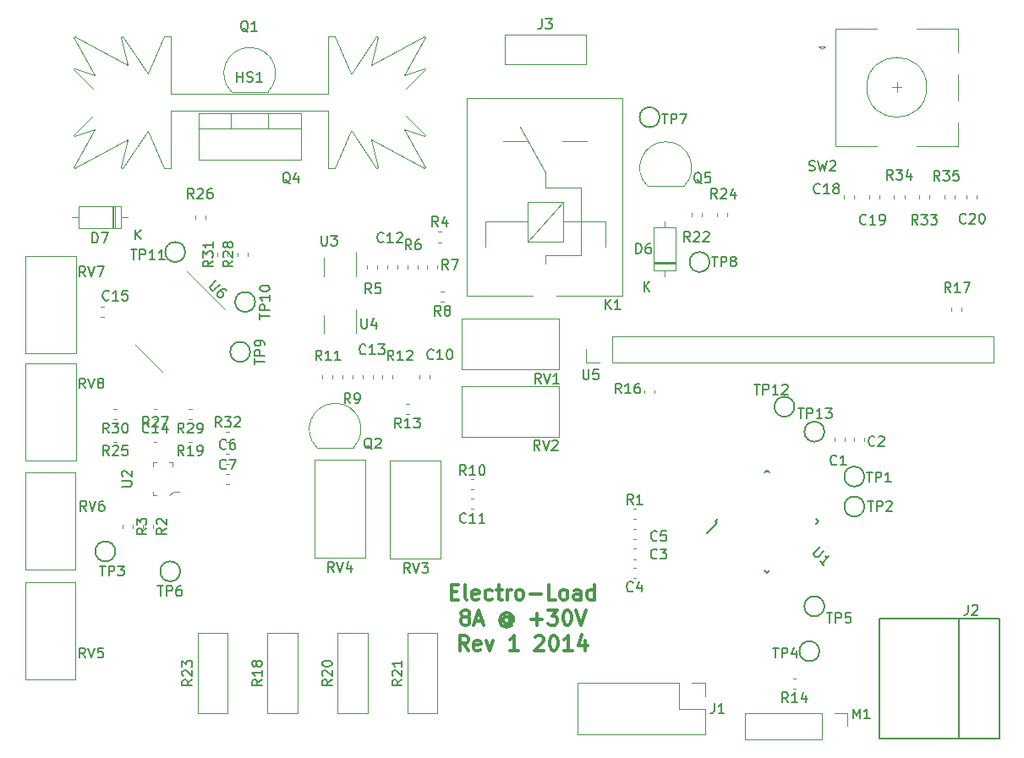
<source format=gto>
G04 #@! TF.GenerationSoftware,KiCad,Pcbnew,(5.1.5)-3*
G04 #@! TF.CreationDate,2020-04-01T20:44:12+02:00*
G04 #@! TF.ProjectId,electro-load,656c6563-7472-46f2-9d6c-6f61642e6b69,rev?*
G04 #@! TF.SameCoordinates,Original*
G04 #@! TF.FileFunction,Legend,Top*
G04 #@! TF.FilePolarity,Positive*
%FSLAX46Y46*%
G04 Gerber Fmt 4.6, Leading zero omitted, Abs format (unit mm)*
G04 Created by KiCad (PCBNEW (5.1.5)-3) date 2020-04-01 20:44:12*
%MOMM*%
%LPD*%
G04 APERTURE LIST*
%ADD10C,0.300000*%
%ADD11C,0.120000*%
%ADD12C,0.150000*%
%ADD13C,0.100000*%
G04 APERTURE END LIST*
D10*
X85657142Y-88542857D02*
X86157142Y-88542857D01*
X86371428Y-89328571D02*
X85657142Y-89328571D01*
X85657142Y-87828571D01*
X86371428Y-87828571D01*
X87228571Y-89328571D02*
X87085714Y-89257142D01*
X87014285Y-89114285D01*
X87014285Y-87828571D01*
X88371428Y-89257142D02*
X88228571Y-89328571D01*
X87942857Y-89328571D01*
X87800000Y-89257142D01*
X87728571Y-89114285D01*
X87728571Y-88542857D01*
X87800000Y-88400000D01*
X87942857Y-88328571D01*
X88228571Y-88328571D01*
X88371428Y-88400000D01*
X88442857Y-88542857D01*
X88442857Y-88685714D01*
X87728571Y-88828571D01*
X89728571Y-89257142D02*
X89585714Y-89328571D01*
X89300000Y-89328571D01*
X89157142Y-89257142D01*
X89085714Y-89185714D01*
X89014285Y-89042857D01*
X89014285Y-88614285D01*
X89085714Y-88471428D01*
X89157142Y-88400000D01*
X89300000Y-88328571D01*
X89585714Y-88328571D01*
X89728571Y-88400000D01*
X90157142Y-88328571D02*
X90728571Y-88328571D01*
X90371428Y-87828571D02*
X90371428Y-89114285D01*
X90442857Y-89257142D01*
X90585714Y-89328571D01*
X90728571Y-89328571D01*
X91228571Y-89328571D02*
X91228571Y-88328571D01*
X91228571Y-88614285D02*
X91300000Y-88471428D01*
X91371428Y-88400000D01*
X91514285Y-88328571D01*
X91657142Y-88328571D01*
X92371428Y-89328571D02*
X92228571Y-89257142D01*
X92157142Y-89185714D01*
X92085714Y-89042857D01*
X92085714Y-88614285D01*
X92157142Y-88471428D01*
X92228571Y-88400000D01*
X92371428Y-88328571D01*
X92585714Y-88328571D01*
X92728571Y-88400000D01*
X92800000Y-88471428D01*
X92871428Y-88614285D01*
X92871428Y-89042857D01*
X92800000Y-89185714D01*
X92728571Y-89257142D01*
X92585714Y-89328571D01*
X92371428Y-89328571D01*
X93514285Y-88757142D02*
X94657142Y-88757142D01*
X96085714Y-89328571D02*
X95371428Y-89328571D01*
X95371428Y-87828571D01*
X96800000Y-89328571D02*
X96657142Y-89257142D01*
X96585714Y-89185714D01*
X96514285Y-89042857D01*
X96514285Y-88614285D01*
X96585714Y-88471428D01*
X96657142Y-88400000D01*
X96800000Y-88328571D01*
X97014285Y-88328571D01*
X97157142Y-88400000D01*
X97228571Y-88471428D01*
X97300000Y-88614285D01*
X97300000Y-89042857D01*
X97228571Y-89185714D01*
X97157142Y-89257142D01*
X97014285Y-89328571D01*
X96800000Y-89328571D01*
X98585714Y-89328571D02*
X98585714Y-88542857D01*
X98514285Y-88400000D01*
X98371428Y-88328571D01*
X98085714Y-88328571D01*
X97942857Y-88400000D01*
X98585714Y-89257142D02*
X98442857Y-89328571D01*
X98085714Y-89328571D01*
X97942857Y-89257142D01*
X97871428Y-89114285D01*
X97871428Y-88971428D01*
X97942857Y-88828571D01*
X98085714Y-88757142D01*
X98442857Y-88757142D01*
X98585714Y-88685714D01*
X99942857Y-89328571D02*
X99942857Y-87828571D01*
X99942857Y-89257142D02*
X99800000Y-89328571D01*
X99514285Y-89328571D01*
X99371428Y-89257142D01*
X99300000Y-89185714D01*
X99228571Y-89042857D01*
X99228571Y-88614285D01*
X99300000Y-88471428D01*
X99371428Y-88400000D01*
X99514285Y-88328571D01*
X99800000Y-88328571D01*
X99942857Y-88400000D01*
X86907142Y-91021428D02*
X86764285Y-90950000D01*
X86692857Y-90878571D01*
X86621428Y-90735714D01*
X86621428Y-90664285D01*
X86692857Y-90521428D01*
X86764285Y-90450000D01*
X86907142Y-90378571D01*
X87192857Y-90378571D01*
X87335714Y-90450000D01*
X87407142Y-90521428D01*
X87478571Y-90664285D01*
X87478571Y-90735714D01*
X87407142Y-90878571D01*
X87335714Y-90950000D01*
X87192857Y-91021428D01*
X86907142Y-91021428D01*
X86764285Y-91092857D01*
X86692857Y-91164285D01*
X86621428Y-91307142D01*
X86621428Y-91592857D01*
X86692857Y-91735714D01*
X86764285Y-91807142D01*
X86907142Y-91878571D01*
X87192857Y-91878571D01*
X87335714Y-91807142D01*
X87407142Y-91735714D01*
X87478571Y-91592857D01*
X87478571Y-91307142D01*
X87407142Y-91164285D01*
X87335714Y-91092857D01*
X87192857Y-91021428D01*
X88050000Y-91450000D02*
X88764285Y-91450000D01*
X87907142Y-91878571D02*
X88407142Y-90378571D01*
X88907142Y-91878571D01*
X91478571Y-91164285D02*
X91407142Y-91092857D01*
X91264285Y-91021428D01*
X91121428Y-91021428D01*
X90978571Y-91092857D01*
X90907142Y-91164285D01*
X90835714Y-91307142D01*
X90835714Y-91450000D01*
X90907142Y-91592857D01*
X90978571Y-91664285D01*
X91121428Y-91735714D01*
X91264285Y-91735714D01*
X91407142Y-91664285D01*
X91478571Y-91592857D01*
X91478571Y-91021428D02*
X91478571Y-91592857D01*
X91550000Y-91664285D01*
X91621428Y-91664285D01*
X91764285Y-91592857D01*
X91835714Y-91450000D01*
X91835714Y-91092857D01*
X91692857Y-90878571D01*
X91478571Y-90735714D01*
X91192857Y-90664285D01*
X90907142Y-90735714D01*
X90692857Y-90878571D01*
X90550000Y-91092857D01*
X90478571Y-91378571D01*
X90550000Y-91664285D01*
X90692857Y-91878571D01*
X90907142Y-92021428D01*
X91192857Y-92092857D01*
X91478571Y-92021428D01*
X91692857Y-91878571D01*
X93621428Y-91307142D02*
X94764285Y-91307142D01*
X94192857Y-91878571D02*
X94192857Y-90735714D01*
X95335714Y-90378571D02*
X96264285Y-90378571D01*
X95764285Y-90950000D01*
X95978571Y-90950000D01*
X96121428Y-91021428D01*
X96192857Y-91092857D01*
X96264285Y-91235714D01*
X96264285Y-91592857D01*
X96192857Y-91735714D01*
X96121428Y-91807142D01*
X95978571Y-91878571D01*
X95550000Y-91878571D01*
X95407142Y-91807142D01*
X95335714Y-91735714D01*
X97192857Y-90378571D02*
X97335714Y-90378571D01*
X97478571Y-90450000D01*
X97550000Y-90521428D01*
X97621428Y-90664285D01*
X97692857Y-90950000D01*
X97692857Y-91307142D01*
X97621428Y-91592857D01*
X97550000Y-91735714D01*
X97478571Y-91807142D01*
X97335714Y-91878571D01*
X97192857Y-91878571D01*
X97050000Y-91807142D01*
X96978571Y-91735714D01*
X96907142Y-91592857D01*
X96835714Y-91307142D01*
X96835714Y-90950000D01*
X96907142Y-90664285D01*
X96978571Y-90521428D01*
X97050000Y-90450000D01*
X97192857Y-90378571D01*
X98121428Y-90378571D02*
X98621428Y-91878571D01*
X99121428Y-90378571D01*
X87335714Y-94428571D02*
X86835714Y-93714285D01*
X86478571Y-94428571D02*
X86478571Y-92928571D01*
X87050000Y-92928571D01*
X87192857Y-93000000D01*
X87264285Y-93071428D01*
X87335714Y-93214285D01*
X87335714Y-93428571D01*
X87264285Y-93571428D01*
X87192857Y-93642857D01*
X87050000Y-93714285D01*
X86478571Y-93714285D01*
X88550000Y-94357142D02*
X88407142Y-94428571D01*
X88121428Y-94428571D01*
X87978571Y-94357142D01*
X87907142Y-94214285D01*
X87907142Y-93642857D01*
X87978571Y-93500000D01*
X88121428Y-93428571D01*
X88407142Y-93428571D01*
X88550000Y-93500000D01*
X88621428Y-93642857D01*
X88621428Y-93785714D01*
X87907142Y-93928571D01*
X89121428Y-93428571D02*
X89478571Y-94428571D01*
X89835714Y-93428571D01*
X92335714Y-94428571D02*
X91478571Y-94428571D01*
X91907142Y-94428571D02*
X91907142Y-92928571D01*
X91764285Y-93142857D01*
X91621428Y-93285714D01*
X91478571Y-93357142D01*
X94050000Y-93071428D02*
X94121428Y-93000000D01*
X94264285Y-92928571D01*
X94621428Y-92928571D01*
X94764285Y-93000000D01*
X94835714Y-93071428D01*
X94907142Y-93214285D01*
X94907142Y-93357142D01*
X94835714Y-93571428D01*
X93978571Y-94428571D01*
X94907142Y-94428571D01*
X95835714Y-92928571D02*
X95978571Y-92928571D01*
X96121428Y-93000000D01*
X96192857Y-93071428D01*
X96264285Y-93214285D01*
X96335714Y-93500000D01*
X96335714Y-93857142D01*
X96264285Y-94142857D01*
X96192857Y-94285714D01*
X96121428Y-94357142D01*
X95978571Y-94428571D01*
X95835714Y-94428571D01*
X95692857Y-94357142D01*
X95621428Y-94285714D01*
X95550000Y-94142857D01*
X95478571Y-93857142D01*
X95478571Y-93500000D01*
X95550000Y-93214285D01*
X95621428Y-93071428D01*
X95692857Y-93000000D01*
X95835714Y-92928571D01*
X97764285Y-94428571D02*
X96907142Y-94428571D01*
X97335714Y-94428571D02*
X97335714Y-92928571D01*
X97192857Y-93142857D01*
X97050000Y-93285714D01*
X96907142Y-93357142D01*
X99050000Y-93428571D02*
X99050000Y-94428571D01*
X98692857Y-92857142D02*
X98335714Y-93928571D01*
X99264285Y-93928571D01*
D11*
X55260000Y-42390000D02*
X52760000Y-46110000D01*
X52760000Y-46110000D02*
X52580000Y-46050000D01*
X52580000Y-46050000D02*
X53240000Y-43250000D01*
X53240000Y-43250000D02*
X47940000Y-46130000D01*
X47820000Y-46010000D02*
X49970000Y-42240000D01*
X47920000Y-42920000D02*
X47830000Y-42770000D01*
X49970000Y-42240000D02*
X47920000Y-42920000D01*
X47830000Y-42770000D02*
X49790000Y-40880000D01*
X47940000Y-46130000D02*
X47820000Y-46010000D01*
X56880000Y-32900000D02*
X55270000Y-36610000D01*
X57550000Y-38650000D02*
X57550000Y-32900000D01*
X57550000Y-32900000D02*
X56880000Y-32900000D01*
X53240000Y-35750000D02*
X47940000Y-32870000D01*
X52760000Y-32890000D02*
X52580000Y-32950000D01*
X52580000Y-32950000D02*
X53240000Y-35750000D01*
X55260000Y-36610000D02*
X52760000Y-32890000D01*
X47830000Y-36230000D02*
X49790000Y-38120000D01*
X47820000Y-32990000D02*
X49970000Y-36760000D01*
X47920000Y-36080000D02*
X47830000Y-36230000D01*
X47940000Y-32870000D02*
X47820000Y-32990000D01*
X49970000Y-36760000D02*
X47920000Y-36080000D01*
X65450000Y-38650000D02*
X57550000Y-38650000D01*
X57550000Y-40350000D02*
X57550000Y-46100000D01*
X57550000Y-46100000D02*
X56880000Y-46100000D01*
X56880000Y-46100000D02*
X55270000Y-42390000D01*
X65450000Y-40350000D02*
X57550000Y-40350000D01*
X78320000Y-32950000D02*
X77660000Y-35750000D01*
X78140000Y-32890000D02*
X78320000Y-32950000D01*
X75640000Y-36610000D02*
X78140000Y-32890000D01*
X77660000Y-35750000D02*
X82960000Y-32870000D01*
X83070000Y-36230000D02*
X81110000Y-38120000D01*
X80930000Y-36760000D02*
X82980000Y-36080000D01*
X83080000Y-32990000D02*
X80930000Y-36760000D01*
X82960000Y-32870000D02*
X83080000Y-32990000D01*
X82980000Y-36080000D02*
X83070000Y-36230000D01*
X74020000Y-32900000D02*
X75630000Y-36610000D01*
X65450000Y-38650000D02*
X73350000Y-38650000D01*
X73350000Y-38650000D02*
X73350000Y-32900000D01*
X73350000Y-32900000D02*
X74020000Y-32900000D01*
X65450000Y-40350000D02*
X73350000Y-40350000D01*
X73350000Y-40350000D02*
X73350000Y-46100000D01*
X73350000Y-46100000D02*
X74020000Y-46100000D01*
X74020000Y-46100000D02*
X75630000Y-42390000D01*
X75640000Y-42390000D02*
X78140000Y-46110000D01*
X78140000Y-46110000D02*
X78320000Y-46050000D01*
X78320000Y-46050000D02*
X77660000Y-43250000D01*
X77660000Y-43250000D02*
X82960000Y-46130000D01*
X82960000Y-46130000D02*
X83080000Y-46010000D01*
X83080000Y-46010000D02*
X80930000Y-42240000D01*
X80930000Y-42240000D02*
X82980000Y-42920000D01*
X82980000Y-42920000D02*
X83070000Y-42770000D01*
X83070000Y-42770000D02*
X81110000Y-40880000D01*
X133250000Y-38000000D02*
G75*
G03X133250000Y-38000000I-3000000J0D01*
G01*
X132250000Y-32100000D02*
X136350000Y-32100000D01*
X136350000Y-43900000D02*
X132250000Y-43900000D01*
X128250000Y-43900000D02*
X124150000Y-43900000D01*
X128250000Y-32100000D02*
X124150000Y-32100000D01*
X124150000Y-32100000D02*
X124150000Y-43900000D01*
X122750000Y-34200000D02*
X122450000Y-33900000D01*
X122450000Y-33900000D02*
X123050000Y-33900000D01*
X123050000Y-33900000D02*
X122750000Y-34200000D01*
X136350000Y-32100000D02*
X136350000Y-34500000D01*
X136350000Y-36700000D02*
X136350000Y-39300000D01*
X136350000Y-41500000D02*
X136350000Y-43900000D01*
X130250000Y-37500000D02*
X130250000Y-38500000D01*
X129750000Y-38000000D02*
X130750000Y-38000000D01*
D12*
X136500000Y-103250000D02*
X136500000Y-91250000D01*
X128500000Y-103250000D02*
X140500000Y-103250000D01*
X128500000Y-91250000D02*
X128500000Y-103250000D01*
X140500000Y-91250000D02*
X128500000Y-91250000D01*
X140500000Y-103250000D02*
X140500000Y-91250000D01*
D11*
X61636019Y-58863981D02*
X59196500Y-56424463D01*
X61636019Y-58863981D02*
X63014877Y-60242840D01*
X55363981Y-65136019D02*
X53985123Y-63757160D01*
X55363981Y-65136019D02*
X56742840Y-66514877D01*
X99170000Y-65580000D02*
X99170000Y-64250000D01*
X100500000Y-65580000D02*
X99170000Y-65580000D01*
X101770000Y-65580000D02*
X101770000Y-62920000D01*
X101770000Y-62920000D02*
X139930000Y-62920000D01*
X101770000Y-65580000D02*
X139930000Y-65580000D01*
X139930000Y-65580000D02*
X139930000Y-62920000D01*
X76110000Y-62650000D02*
X76110000Y-60200000D01*
X72890000Y-60850000D02*
X72890000Y-62650000D01*
X76110000Y-56900000D02*
X76110000Y-54450000D01*
X72890000Y-55100000D02*
X72890000Y-56900000D01*
D13*
X55750000Y-75600000D02*
X56100000Y-75600000D01*
X55750000Y-75950000D02*
X55750000Y-75600000D01*
X57750000Y-75600000D02*
X57750000Y-75950000D01*
X57400000Y-75600000D02*
X57750000Y-75600000D01*
X55750000Y-78900000D02*
X56100000Y-78900000D01*
X55750000Y-78550000D02*
X55750000Y-78900000D01*
X57800000Y-78550000D02*
X57350000Y-78900000D01*
X58400000Y-78550000D02*
X57800000Y-78550000D01*
D12*
X112282575Y-81659099D02*
X111274948Y-82666726D01*
X117250000Y-76373476D02*
X117020190Y-76603286D01*
X122376524Y-81500000D02*
X122146714Y-81729810D01*
X117250000Y-86626524D02*
X117479810Y-86396714D01*
X112123476Y-81500000D02*
X112353286Y-81270190D01*
X117250000Y-86626524D02*
X117020190Y-86396714D01*
X122376524Y-81500000D02*
X122146714Y-81270190D01*
X117250000Y-76373476D02*
X117479810Y-76603286D01*
X112123476Y-81500000D02*
X112282575Y-81659099D01*
X123000000Y-72500000D02*
G75*
G03X123000000Y-72500000I-1000000J0D01*
G01*
X120000000Y-70000000D02*
G75*
G03X120000000Y-70000000I-1000000J0D01*
G01*
X59000000Y-54500000D02*
G75*
G03X59000000Y-54500000I-1000000J0D01*
G01*
X66000000Y-59500000D02*
G75*
G03X66000000Y-59500000I-1000000J0D01*
G01*
X65500000Y-64500000D02*
G75*
G03X65500000Y-64500000I-1000000J0D01*
G01*
X111500000Y-55500000D02*
G75*
G03X111500000Y-55500000I-1000000J0D01*
G01*
X106500000Y-41000000D02*
G75*
G03X106500000Y-41000000I-1000000J0D01*
G01*
X58500000Y-86500000D02*
G75*
G03X58500000Y-86500000I-1000000J0D01*
G01*
X123000000Y-90000000D02*
G75*
G03X123000000Y-90000000I-1000000J0D01*
G01*
X122500000Y-94500000D02*
G75*
G03X122500000Y-94500000I-1000000J0D01*
G01*
X52000000Y-84500000D02*
G75*
G03X52000000Y-84500000I-1000000J0D01*
G01*
X127000000Y-80000000D02*
G75*
G03X127000000Y-80000000I-1000000J0D01*
G01*
X127000000Y-77000000D02*
G75*
G03X127000000Y-77000000I-1000000J0D01*
G01*
D11*
X42970000Y-65655000D02*
X48040000Y-65655000D01*
X42970000Y-75425000D02*
X48040000Y-75425000D01*
X48040000Y-75425000D02*
X48040000Y-65655000D01*
X42970000Y-75425000D02*
X42970000Y-65655000D01*
X42970000Y-54905000D02*
X48040000Y-54905000D01*
X42970000Y-64675000D02*
X48040000Y-64675000D01*
X48040000Y-64675000D02*
X48040000Y-54905000D01*
X42970000Y-64675000D02*
X42970000Y-54905000D01*
X48030000Y-86345000D02*
X42960000Y-86345000D01*
X48030000Y-76575000D02*
X42960000Y-76575000D01*
X42960000Y-76575000D02*
X42960000Y-86345000D01*
X48030000Y-76575000D02*
X48030000Y-86345000D01*
X48030000Y-97345000D02*
X42960000Y-97345000D01*
X48030000Y-87575000D02*
X42960000Y-87575000D01*
X42960000Y-87575000D02*
X42960000Y-97345000D01*
X48030000Y-87575000D02*
X48030000Y-97345000D01*
X77030000Y-85095000D02*
X71960000Y-85095000D01*
X77030000Y-75325000D02*
X71960000Y-75325000D01*
X71960000Y-75325000D02*
X71960000Y-85095000D01*
X77030000Y-75325000D02*
X77030000Y-85095000D01*
X79470000Y-75405000D02*
X84540000Y-75405000D01*
X79470000Y-85175000D02*
X84540000Y-85175000D01*
X84540000Y-85175000D02*
X84540000Y-75405000D01*
X79470000Y-85175000D02*
X79470000Y-75405000D01*
X86655000Y-73030000D02*
X86655000Y-67960000D01*
X96425000Y-73030000D02*
X96425000Y-67960000D01*
X96425000Y-67960000D02*
X86655000Y-67960000D01*
X96425000Y-73030000D02*
X86655000Y-73030000D01*
X86655000Y-66280000D02*
X86655000Y-61210000D01*
X96425000Y-66280000D02*
X96425000Y-61210000D01*
X96425000Y-61210000D02*
X86655000Y-61210000D01*
X96425000Y-66280000D02*
X86655000Y-66280000D01*
X136010000Y-49162779D02*
X136010000Y-48837221D01*
X134990000Y-49162779D02*
X134990000Y-48837221D01*
X129990000Y-48837221D02*
X129990000Y-49162779D01*
X131010000Y-48837221D02*
X131010000Y-49162779D01*
X132490000Y-48837221D02*
X132490000Y-49162779D01*
X133510000Y-48837221D02*
X133510000Y-49162779D01*
X63087221Y-73510000D02*
X63412779Y-73510000D01*
X63087221Y-72490000D02*
X63412779Y-72490000D01*
X63260000Y-54912779D02*
X63260000Y-54587221D01*
X62240000Y-54912779D02*
X62240000Y-54587221D01*
X52162779Y-70240000D02*
X51837221Y-70240000D01*
X52162779Y-71260000D02*
X51837221Y-71260000D01*
X59662779Y-70240000D02*
X59337221Y-70240000D01*
X59662779Y-71260000D02*
X59337221Y-71260000D01*
X65260000Y-54912779D02*
X65260000Y-54587221D01*
X64240000Y-54912779D02*
X64240000Y-54587221D01*
X55837221Y-73510000D02*
X56162779Y-73510000D01*
X55837221Y-72490000D02*
X56162779Y-72490000D01*
X61010000Y-51162779D02*
X61010000Y-50837221D01*
X59990000Y-51162779D02*
X59990000Y-50837221D01*
X52162779Y-72490000D02*
X51837221Y-72490000D01*
X52162779Y-73510000D02*
X51837221Y-73510000D01*
X112240000Y-50587221D02*
X112240000Y-50912779D01*
X113260000Y-50587221D02*
X113260000Y-50912779D01*
X63250000Y-92650000D02*
X63250000Y-100750000D01*
X60250000Y-100750000D02*
X60250000Y-92650000D01*
X63250000Y-92650000D02*
X60250000Y-92650000D01*
X60250000Y-100750000D02*
X63250000Y-100750000D01*
X109740000Y-50587221D02*
X109740000Y-50912779D01*
X110760000Y-50587221D02*
X110760000Y-50912779D01*
X84250000Y-92650000D02*
X84250000Y-100750000D01*
X81250000Y-100750000D02*
X81250000Y-92650000D01*
X84250000Y-92650000D02*
X81250000Y-92650000D01*
X81250000Y-100750000D02*
X84250000Y-100750000D01*
X77250000Y-92650000D02*
X77250000Y-100750000D01*
X74250000Y-100750000D02*
X74250000Y-92650000D01*
X77250000Y-92650000D02*
X74250000Y-92650000D01*
X74250000Y-100750000D02*
X77250000Y-100750000D01*
X59662779Y-72490000D02*
X59337221Y-72490000D01*
X59662779Y-73510000D02*
X59337221Y-73510000D01*
X70250000Y-92650000D02*
X70250000Y-100750000D01*
X67250000Y-100750000D02*
X67250000Y-92650000D01*
X70250000Y-92650000D02*
X67250000Y-92650000D01*
X67250000Y-100750000D02*
X70250000Y-100750000D01*
X135740000Y-60087221D02*
X135740000Y-60412779D01*
X136760000Y-60087221D02*
X136760000Y-60412779D01*
X106010000Y-68662779D02*
X106010000Y-68337221D01*
X104990000Y-68662779D02*
X104990000Y-68337221D01*
X120162779Y-97240000D02*
X119837221Y-97240000D01*
X120162779Y-98260000D02*
X119837221Y-98260000D01*
X81412779Y-69740000D02*
X81087221Y-69740000D01*
X81412779Y-70760000D02*
X81087221Y-70760000D01*
X78740000Y-66837221D02*
X78740000Y-67162779D01*
X79760000Y-66837221D02*
X79760000Y-67162779D01*
X72740000Y-66837221D02*
X72740000Y-67162779D01*
X73760000Y-66837221D02*
X73760000Y-67162779D01*
X87912779Y-77240000D02*
X87587221Y-77240000D01*
X87912779Y-78260000D02*
X87587221Y-78260000D01*
X74740000Y-66837221D02*
X74740000Y-67162779D01*
X75760000Y-66837221D02*
X75760000Y-67162779D01*
X84912779Y-58490000D02*
X84587221Y-58490000D01*
X84912779Y-59510000D02*
X84587221Y-59510000D01*
X84260000Y-56162779D02*
X84260000Y-55837221D01*
X83240000Y-56162779D02*
X83240000Y-55837221D01*
X82260000Y-56162779D02*
X82260000Y-55837221D01*
X81240000Y-56162779D02*
X81240000Y-55837221D01*
X77240000Y-55837221D02*
X77240000Y-56162779D01*
X78260000Y-55837221D02*
X78260000Y-56162779D01*
X84662779Y-52490000D02*
X84337221Y-52490000D01*
X84662779Y-53510000D02*
X84337221Y-53510000D01*
X52740000Y-81837221D02*
X52740000Y-82162779D01*
X53760000Y-81837221D02*
X53760000Y-82162779D01*
X54740000Y-81837221D02*
X54740000Y-82162779D01*
X55760000Y-81837221D02*
X55760000Y-82162779D01*
X103837221Y-81260000D02*
X104162779Y-81260000D01*
X103837221Y-80240000D02*
X104162779Y-80240000D01*
X108958478Y-47888478D02*
G75*
G03X107120000Y-43450000I-1838478J1838478D01*
G01*
X105281522Y-47888478D02*
G75*
G02X107120000Y-43450000I1838478J1838478D01*
G01*
X105320000Y-47900000D02*
X108920000Y-47900000D01*
X67291000Y-40580000D02*
X67291000Y-42090000D01*
X63590000Y-40580000D02*
X63590000Y-42090000D01*
X60320000Y-42090000D02*
X70560000Y-42090000D01*
X70560000Y-40580000D02*
X70560000Y-45221000D01*
X60320000Y-40580000D02*
X60320000Y-45221000D01*
X60320000Y-45221000D02*
X70560000Y-45221000D01*
X60320000Y-40580000D02*
X70560000Y-40580000D01*
X75858478Y-74088478D02*
G75*
G03X74020000Y-69650000I-1838478J1838478D01*
G01*
X72181522Y-74088478D02*
G75*
G02X74020000Y-69650000I1838478J1838478D01*
G01*
X72220000Y-74100000D02*
X75820000Y-74100000D01*
X67308478Y-38438478D02*
G75*
G03X65470000Y-34000000I-1838478J1838478D01*
G01*
X63631522Y-38438478D02*
G75*
G02X65470000Y-34000000I1838478J1838478D01*
G01*
X63670000Y-38450000D02*
X67270000Y-38450000D01*
X125330000Y-100670000D02*
X125330000Y-102000000D01*
X124000000Y-100670000D02*
X125330000Y-100670000D01*
X122730000Y-100670000D02*
X122730000Y-103330000D01*
X122730000Y-103330000D02*
X115050000Y-103330000D01*
X122730000Y-100670000D02*
X115050000Y-100670000D01*
X115050000Y-100670000D02*
X115050000Y-103330000D01*
X96850000Y-49450000D02*
X96850000Y-53450000D01*
X93250000Y-49450000D02*
X96850000Y-49450000D01*
X93250000Y-53450000D02*
X93250000Y-49450000D01*
X96850000Y-53450000D02*
X93250000Y-53450000D01*
X96850000Y-49450000D02*
X93250000Y-53450000D01*
X96850000Y-51450000D02*
X101050000Y-51450000D01*
X89050000Y-51450000D02*
X93250000Y-51450000D01*
X95050000Y-54850000D02*
X98650000Y-54850000D01*
X95050000Y-48050000D02*
X98650000Y-48050000D01*
X98650000Y-48050000D02*
X98650000Y-54850000D01*
X95050000Y-46550000D02*
X92550000Y-41950000D01*
X95050000Y-48050000D02*
X95050000Y-46550000D01*
X89050000Y-51450000D02*
X89050000Y-53950000D01*
X95050000Y-54850000D02*
X95050000Y-55650000D01*
X101050000Y-53950000D02*
X101050000Y-51450000D01*
X90800000Y-43350000D02*
X93300000Y-43350000D01*
X99200000Y-43350000D02*
X96750000Y-43350000D01*
X102800000Y-39100000D02*
X102800000Y-58900000D01*
X87200000Y-39100000D02*
X102800000Y-39100000D01*
X87200000Y-58900000D02*
X87200000Y-39100000D01*
X87200000Y-58900000D02*
X93800000Y-58900000D01*
X96200000Y-58900000D02*
X102800000Y-58900000D01*
X99100000Y-35700000D02*
X91000000Y-35700000D01*
X91000000Y-32700000D02*
X99100000Y-32700000D01*
X99100000Y-35700000D02*
X99100000Y-32700000D01*
X91000000Y-32700000D02*
X91000000Y-35700000D01*
X111080000Y-97670000D02*
X111080000Y-99000000D01*
X109750000Y-97670000D02*
X111080000Y-97670000D01*
X111080000Y-100270000D02*
X111080000Y-102870000D01*
X108480000Y-100270000D02*
X111080000Y-100270000D01*
X108480000Y-97670000D02*
X108480000Y-100270000D01*
X111080000Y-102870000D02*
X98260000Y-102870000D01*
X108480000Y-97670000D02*
X98260000Y-97670000D01*
X98260000Y-97670000D02*
X98260000Y-102870000D01*
X51960000Y-52120000D02*
X51960000Y-49880000D01*
X51720000Y-52120000D02*
X51720000Y-49880000D01*
X51840000Y-52120000D02*
X51840000Y-49880000D01*
X47670000Y-51000000D02*
X48320000Y-51000000D01*
X53210000Y-51000000D02*
X52560000Y-51000000D01*
X48320000Y-52120000D02*
X52560000Y-52120000D01*
X48320000Y-49880000D02*
X48320000Y-52120000D01*
X52560000Y-49880000D02*
X48320000Y-49880000D01*
X52560000Y-52120000D02*
X52560000Y-49880000D01*
X105880000Y-55710000D02*
X108120000Y-55710000D01*
X105880000Y-55470000D02*
X108120000Y-55470000D01*
X105880000Y-55590000D02*
X108120000Y-55590000D01*
X107000000Y-51420000D02*
X107000000Y-52070000D01*
X107000000Y-56960000D02*
X107000000Y-56310000D01*
X105880000Y-52070000D02*
X105880000Y-56310000D01*
X108120000Y-52070000D02*
X105880000Y-52070000D01*
X108120000Y-56310000D02*
X108120000Y-52070000D01*
X105880000Y-56310000D02*
X108120000Y-56310000D01*
X138260000Y-49162779D02*
X138260000Y-48837221D01*
X137240000Y-49162779D02*
X137240000Y-48837221D01*
X128510000Y-49162779D02*
X128510000Y-48837221D01*
X127490000Y-49162779D02*
X127490000Y-48837221D01*
X126010000Y-49162779D02*
X126010000Y-48837221D01*
X124990000Y-49162779D02*
X124990000Y-48837221D01*
X50875279Y-59990000D02*
X50549721Y-59990000D01*
X50875279Y-61010000D02*
X50549721Y-61010000D01*
X56162779Y-70240000D02*
X55837221Y-70240000D01*
X56162779Y-71260000D02*
X55837221Y-71260000D01*
X76740000Y-66837221D02*
X76740000Y-67162779D01*
X77760000Y-66837221D02*
X77760000Y-67162779D01*
X80260000Y-56162779D02*
X80260000Y-55837221D01*
X79240000Y-56162779D02*
X79240000Y-55837221D01*
X87587221Y-80260000D02*
X87912779Y-80260000D01*
X87587221Y-79240000D02*
X87912779Y-79240000D01*
X82490000Y-66837221D02*
X82490000Y-67162779D01*
X83510000Y-66837221D02*
X83510000Y-67162779D01*
X63087221Y-77760000D02*
X63412779Y-77760000D01*
X63087221Y-76740000D02*
X63412779Y-76740000D01*
X63087221Y-75760000D02*
X63412779Y-75760000D01*
X63087221Y-74740000D02*
X63412779Y-74740000D01*
X104162779Y-82240000D02*
X103837221Y-82240000D01*
X104162779Y-83260000D02*
X103837221Y-83260000D01*
X104162779Y-86150000D02*
X103837221Y-86150000D01*
X104162779Y-87170000D02*
X103837221Y-87170000D01*
X104162779Y-84240000D02*
X103837221Y-84240000D01*
X104162779Y-85260000D02*
X103837221Y-85260000D01*
X127010000Y-73412779D02*
X127010000Y-73087221D01*
X125990000Y-73412779D02*
X125990000Y-73087221D01*
X125010000Y-73412779D02*
X125010000Y-73087221D01*
X123990000Y-73412779D02*
X123990000Y-73087221D01*
D12*
X64186904Y-37452380D02*
X64186904Y-36452380D01*
X64186904Y-36928571D02*
X64758333Y-36928571D01*
X64758333Y-37452380D02*
X64758333Y-36452380D01*
X65186904Y-37404761D02*
X65329761Y-37452380D01*
X65567857Y-37452380D01*
X65663095Y-37404761D01*
X65710714Y-37357142D01*
X65758333Y-37261904D01*
X65758333Y-37166666D01*
X65710714Y-37071428D01*
X65663095Y-37023809D01*
X65567857Y-36976190D01*
X65377380Y-36928571D01*
X65282142Y-36880952D01*
X65234523Y-36833333D01*
X65186904Y-36738095D01*
X65186904Y-36642857D01*
X65234523Y-36547619D01*
X65282142Y-36500000D01*
X65377380Y-36452380D01*
X65615476Y-36452380D01*
X65758333Y-36500000D01*
X66710714Y-37452380D02*
X66139285Y-37452380D01*
X66425000Y-37452380D02*
X66425000Y-36452380D01*
X66329761Y-36595238D01*
X66234523Y-36690476D01*
X66139285Y-36738095D01*
X121466666Y-46304761D02*
X121609523Y-46352380D01*
X121847619Y-46352380D01*
X121942857Y-46304761D01*
X121990476Y-46257142D01*
X122038095Y-46161904D01*
X122038095Y-46066666D01*
X121990476Y-45971428D01*
X121942857Y-45923809D01*
X121847619Y-45876190D01*
X121657142Y-45828571D01*
X121561904Y-45780952D01*
X121514285Y-45733333D01*
X121466666Y-45638095D01*
X121466666Y-45542857D01*
X121514285Y-45447619D01*
X121561904Y-45400000D01*
X121657142Y-45352380D01*
X121895238Y-45352380D01*
X122038095Y-45400000D01*
X122371428Y-45352380D02*
X122609523Y-46352380D01*
X122800000Y-45638095D01*
X122990476Y-46352380D01*
X123228571Y-45352380D01*
X123561904Y-45447619D02*
X123609523Y-45400000D01*
X123704761Y-45352380D01*
X123942857Y-45352380D01*
X124038095Y-45400000D01*
X124085714Y-45447619D01*
X124133333Y-45542857D01*
X124133333Y-45638095D01*
X124085714Y-45780952D01*
X123514285Y-46352380D01*
X124133333Y-46352380D01*
X137366666Y-89852380D02*
X137366666Y-90566666D01*
X137319047Y-90709523D01*
X137223809Y-90804761D01*
X137080952Y-90852380D01*
X136985714Y-90852380D01*
X137795238Y-89947619D02*
X137842857Y-89900000D01*
X137938095Y-89852380D01*
X138176190Y-89852380D01*
X138271428Y-89900000D01*
X138319047Y-89947619D01*
X138366666Y-90042857D01*
X138366666Y-90138095D01*
X138319047Y-90280952D01*
X137747619Y-90852380D01*
X138366666Y-90852380D01*
X62082001Y-57340502D02*
X61509581Y-57912922D01*
X61475909Y-58013937D01*
X61475909Y-58081281D01*
X61509581Y-58182296D01*
X61644268Y-58316983D01*
X61745283Y-58350655D01*
X61812627Y-58350655D01*
X61913642Y-58316983D01*
X62486062Y-57744563D01*
X63125825Y-58384327D02*
X62991138Y-58249640D01*
X62890123Y-58215968D01*
X62822779Y-58215968D01*
X62654420Y-58249640D01*
X62486062Y-58350655D01*
X62216688Y-58620029D01*
X62183016Y-58721044D01*
X62183016Y-58788388D01*
X62216688Y-58889403D01*
X62351375Y-59024090D01*
X62452390Y-59057762D01*
X62519733Y-59057762D01*
X62620749Y-59024090D01*
X62789107Y-58855731D01*
X62822779Y-58754716D01*
X62822779Y-58687372D01*
X62789107Y-58586357D01*
X62654420Y-58451670D01*
X62553405Y-58417998D01*
X62486062Y-58417998D01*
X62385046Y-58451670D01*
X98838095Y-66252380D02*
X98838095Y-67061904D01*
X98885714Y-67157142D01*
X98933333Y-67204761D01*
X99028571Y-67252380D01*
X99219047Y-67252380D01*
X99314285Y-67204761D01*
X99361904Y-67157142D01*
X99409523Y-67061904D01*
X99409523Y-66252380D01*
X100361904Y-66252380D02*
X99885714Y-66252380D01*
X99838095Y-66728571D01*
X99885714Y-66680952D01*
X99980952Y-66633333D01*
X100219047Y-66633333D01*
X100314285Y-66680952D01*
X100361904Y-66728571D01*
X100409523Y-66823809D01*
X100409523Y-67061904D01*
X100361904Y-67157142D01*
X100314285Y-67204761D01*
X100219047Y-67252380D01*
X99980952Y-67252380D01*
X99885714Y-67204761D01*
X99838095Y-67157142D01*
X76638095Y-61152380D02*
X76638095Y-61961904D01*
X76685714Y-62057142D01*
X76733333Y-62104761D01*
X76828571Y-62152380D01*
X77019047Y-62152380D01*
X77114285Y-62104761D01*
X77161904Y-62057142D01*
X77209523Y-61961904D01*
X77209523Y-61152380D01*
X78114285Y-61485714D02*
X78114285Y-62152380D01*
X77876190Y-61104761D02*
X77638095Y-61819047D01*
X78257142Y-61819047D01*
X72638095Y-52852380D02*
X72638095Y-53661904D01*
X72685714Y-53757142D01*
X72733333Y-53804761D01*
X72828571Y-53852380D01*
X73019047Y-53852380D01*
X73114285Y-53804761D01*
X73161904Y-53757142D01*
X73209523Y-53661904D01*
X73209523Y-52852380D01*
X73590476Y-52852380D02*
X74209523Y-52852380D01*
X73876190Y-53233333D01*
X74019047Y-53233333D01*
X74114285Y-53280952D01*
X74161904Y-53328571D01*
X74209523Y-53423809D01*
X74209523Y-53661904D01*
X74161904Y-53757142D01*
X74114285Y-53804761D01*
X74019047Y-53852380D01*
X73733333Y-53852380D01*
X73638095Y-53804761D01*
X73590476Y-53757142D01*
X52652380Y-77986904D02*
X53461904Y-77986904D01*
X53557142Y-77939285D01*
X53604761Y-77891666D01*
X53652380Y-77796428D01*
X53652380Y-77605952D01*
X53604761Y-77510714D01*
X53557142Y-77463095D01*
X53461904Y-77415476D01*
X52652380Y-77415476D01*
X52747619Y-76986904D02*
X52700000Y-76939285D01*
X52652380Y-76844047D01*
X52652380Y-76605952D01*
X52700000Y-76510714D01*
X52747619Y-76463095D01*
X52842857Y-76415476D01*
X52938095Y-76415476D01*
X53080952Y-76463095D01*
X53652380Y-77034523D01*
X53652380Y-76415476D01*
X122548477Y-84074026D02*
X121976057Y-84646446D01*
X121942385Y-84747461D01*
X121942385Y-84814805D01*
X121976057Y-84915820D01*
X122110744Y-85050507D01*
X122211759Y-85084179D01*
X122279103Y-85084179D01*
X122380118Y-85050507D01*
X122952538Y-84478087D01*
X122952538Y-85892301D02*
X122548477Y-85488240D01*
X122750507Y-85690270D02*
X123457614Y-84983164D01*
X123289255Y-85016835D01*
X123154568Y-85016835D01*
X123053553Y-84983164D01*
X120361904Y-70152380D02*
X120933333Y-70152380D01*
X120647619Y-71152380D02*
X120647619Y-70152380D01*
X121266666Y-71152380D02*
X121266666Y-70152380D01*
X121647619Y-70152380D01*
X121742857Y-70200000D01*
X121790476Y-70247619D01*
X121838095Y-70342857D01*
X121838095Y-70485714D01*
X121790476Y-70580952D01*
X121742857Y-70628571D01*
X121647619Y-70676190D01*
X121266666Y-70676190D01*
X122790476Y-71152380D02*
X122219047Y-71152380D01*
X122504761Y-71152380D02*
X122504761Y-70152380D01*
X122409523Y-70295238D01*
X122314285Y-70390476D01*
X122219047Y-70438095D01*
X123123809Y-70152380D02*
X123742857Y-70152380D01*
X123409523Y-70533333D01*
X123552380Y-70533333D01*
X123647619Y-70580952D01*
X123695238Y-70628571D01*
X123742857Y-70723809D01*
X123742857Y-70961904D01*
X123695238Y-71057142D01*
X123647619Y-71104761D01*
X123552380Y-71152380D01*
X123266666Y-71152380D01*
X123171428Y-71104761D01*
X123123809Y-71057142D01*
X115961904Y-67752380D02*
X116533333Y-67752380D01*
X116247619Y-68752380D02*
X116247619Y-67752380D01*
X116866666Y-68752380D02*
X116866666Y-67752380D01*
X117247619Y-67752380D01*
X117342857Y-67800000D01*
X117390476Y-67847619D01*
X117438095Y-67942857D01*
X117438095Y-68085714D01*
X117390476Y-68180952D01*
X117342857Y-68228571D01*
X117247619Y-68276190D01*
X116866666Y-68276190D01*
X118390476Y-68752380D02*
X117819047Y-68752380D01*
X118104761Y-68752380D02*
X118104761Y-67752380D01*
X118009523Y-67895238D01*
X117914285Y-67990476D01*
X117819047Y-68038095D01*
X118771428Y-67847619D02*
X118819047Y-67800000D01*
X118914285Y-67752380D01*
X119152380Y-67752380D01*
X119247619Y-67800000D01*
X119295238Y-67847619D01*
X119342857Y-67942857D01*
X119342857Y-68038095D01*
X119295238Y-68180952D01*
X118723809Y-68752380D01*
X119342857Y-68752380D01*
X53561904Y-54252380D02*
X54133333Y-54252380D01*
X53847619Y-55252380D02*
X53847619Y-54252380D01*
X54466666Y-55252380D02*
X54466666Y-54252380D01*
X54847619Y-54252380D01*
X54942857Y-54300000D01*
X54990476Y-54347619D01*
X55038095Y-54442857D01*
X55038095Y-54585714D01*
X54990476Y-54680952D01*
X54942857Y-54728571D01*
X54847619Y-54776190D01*
X54466666Y-54776190D01*
X55990476Y-55252380D02*
X55419047Y-55252380D01*
X55704761Y-55252380D02*
X55704761Y-54252380D01*
X55609523Y-54395238D01*
X55514285Y-54490476D01*
X55419047Y-54538095D01*
X56942857Y-55252380D02*
X56371428Y-55252380D01*
X56657142Y-55252380D02*
X56657142Y-54252380D01*
X56561904Y-54395238D01*
X56466666Y-54490476D01*
X56371428Y-54538095D01*
X66452380Y-61238095D02*
X66452380Y-60666666D01*
X67452380Y-60952380D02*
X66452380Y-60952380D01*
X67452380Y-60333333D02*
X66452380Y-60333333D01*
X66452380Y-59952380D01*
X66500000Y-59857142D01*
X66547619Y-59809523D01*
X66642857Y-59761904D01*
X66785714Y-59761904D01*
X66880952Y-59809523D01*
X66928571Y-59857142D01*
X66976190Y-59952380D01*
X66976190Y-60333333D01*
X67452380Y-58809523D02*
X67452380Y-59380952D01*
X67452380Y-59095238D02*
X66452380Y-59095238D01*
X66595238Y-59190476D01*
X66690476Y-59285714D01*
X66738095Y-59380952D01*
X66452380Y-58190476D02*
X66452380Y-58095238D01*
X66500000Y-58000000D01*
X66547619Y-57952380D01*
X66642857Y-57904761D01*
X66833333Y-57857142D01*
X67071428Y-57857142D01*
X67261904Y-57904761D01*
X67357142Y-57952380D01*
X67404761Y-58000000D01*
X67452380Y-58095238D01*
X67452380Y-58190476D01*
X67404761Y-58285714D01*
X67357142Y-58333333D01*
X67261904Y-58380952D01*
X67071428Y-58428571D01*
X66833333Y-58428571D01*
X66642857Y-58380952D01*
X66547619Y-58333333D01*
X66500000Y-58285714D01*
X66452380Y-58190476D01*
X65952380Y-65761904D02*
X65952380Y-65190476D01*
X66952380Y-65476190D02*
X65952380Y-65476190D01*
X66952380Y-64857142D02*
X65952380Y-64857142D01*
X65952380Y-64476190D01*
X66000000Y-64380952D01*
X66047619Y-64333333D01*
X66142857Y-64285714D01*
X66285714Y-64285714D01*
X66380952Y-64333333D01*
X66428571Y-64380952D01*
X66476190Y-64476190D01*
X66476190Y-64857142D01*
X66952380Y-63809523D02*
X66952380Y-63619047D01*
X66904761Y-63523809D01*
X66857142Y-63476190D01*
X66714285Y-63380952D01*
X66523809Y-63333333D01*
X66142857Y-63333333D01*
X66047619Y-63380952D01*
X66000000Y-63428571D01*
X65952380Y-63523809D01*
X65952380Y-63714285D01*
X66000000Y-63809523D01*
X66047619Y-63857142D01*
X66142857Y-63904761D01*
X66380952Y-63904761D01*
X66476190Y-63857142D01*
X66523809Y-63809523D01*
X66571428Y-63714285D01*
X66571428Y-63523809D01*
X66523809Y-63428571D01*
X66476190Y-63380952D01*
X66380952Y-63333333D01*
X111738095Y-54952380D02*
X112309523Y-54952380D01*
X112023809Y-55952380D02*
X112023809Y-54952380D01*
X112642857Y-55952380D02*
X112642857Y-54952380D01*
X113023809Y-54952380D01*
X113119047Y-55000000D01*
X113166666Y-55047619D01*
X113214285Y-55142857D01*
X113214285Y-55285714D01*
X113166666Y-55380952D01*
X113119047Y-55428571D01*
X113023809Y-55476190D01*
X112642857Y-55476190D01*
X113785714Y-55380952D02*
X113690476Y-55333333D01*
X113642857Y-55285714D01*
X113595238Y-55190476D01*
X113595238Y-55142857D01*
X113642857Y-55047619D01*
X113690476Y-55000000D01*
X113785714Y-54952380D01*
X113976190Y-54952380D01*
X114071428Y-55000000D01*
X114119047Y-55047619D01*
X114166666Y-55142857D01*
X114166666Y-55190476D01*
X114119047Y-55285714D01*
X114071428Y-55333333D01*
X113976190Y-55380952D01*
X113785714Y-55380952D01*
X113690476Y-55428571D01*
X113642857Y-55476190D01*
X113595238Y-55571428D01*
X113595238Y-55761904D01*
X113642857Y-55857142D01*
X113690476Y-55904761D01*
X113785714Y-55952380D01*
X113976190Y-55952380D01*
X114071428Y-55904761D01*
X114119047Y-55857142D01*
X114166666Y-55761904D01*
X114166666Y-55571428D01*
X114119047Y-55476190D01*
X114071428Y-55428571D01*
X113976190Y-55380952D01*
X106738095Y-40652380D02*
X107309523Y-40652380D01*
X107023809Y-41652380D02*
X107023809Y-40652380D01*
X107642857Y-41652380D02*
X107642857Y-40652380D01*
X108023809Y-40652380D01*
X108119047Y-40700000D01*
X108166666Y-40747619D01*
X108214285Y-40842857D01*
X108214285Y-40985714D01*
X108166666Y-41080952D01*
X108119047Y-41128571D01*
X108023809Y-41176190D01*
X107642857Y-41176190D01*
X108547619Y-40652380D02*
X109214285Y-40652380D01*
X108785714Y-41652380D01*
X56238095Y-87952380D02*
X56809523Y-87952380D01*
X56523809Y-88952380D02*
X56523809Y-87952380D01*
X57142857Y-88952380D02*
X57142857Y-87952380D01*
X57523809Y-87952380D01*
X57619047Y-88000000D01*
X57666666Y-88047619D01*
X57714285Y-88142857D01*
X57714285Y-88285714D01*
X57666666Y-88380952D01*
X57619047Y-88428571D01*
X57523809Y-88476190D01*
X57142857Y-88476190D01*
X58571428Y-87952380D02*
X58380952Y-87952380D01*
X58285714Y-88000000D01*
X58238095Y-88047619D01*
X58142857Y-88190476D01*
X58095238Y-88380952D01*
X58095238Y-88761904D01*
X58142857Y-88857142D01*
X58190476Y-88904761D01*
X58285714Y-88952380D01*
X58476190Y-88952380D01*
X58571428Y-88904761D01*
X58619047Y-88857142D01*
X58666666Y-88761904D01*
X58666666Y-88523809D01*
X58619047Y-88428571D01*
X58571428Y-88380952D01*
X58476190Y-88333333D01*
X58285714Y-88333333D01*
X58190476Y-88380952D01*
X58142857Y-88428571D01*
X58095238Y-88523809D01*
X123238095Y-90652380D02*
X123809523Y-90652380D01*
X123523809Y-91652380D02*
X123523809Y-90652380D01*
X124142857Y-91652380D02*
X124142857Y-90652380D01*
X124523809Y-90652380D01*
X124619047Y-90700000D01*
X124666666Y-90747619D01*
X124714285Y-90842857D01*
X124714285Y-90985714D01*
X124666666Y-91080952D01*
X124619047Y-91128571D01*
X124523809Y-91176190D01*
X124142857Y-91176190D01*
X125619047Y-90652380D02*
X125142857Y-90652380D01*
X125095238Y-91128571D01*
X125142857Y-91080952D01*
X125238095Y-91033333D01*
X125476190Y-91033333D01*
X125571428Y-91080952D01*
X125619047Y-91128571D01*
X125666666Y-91223809D01*
X125666666Y-91461904D01*
X125619047Y-91557142D01*
X125571428Y-91604761D01*
X125476190Y-91652380D01*
X125238095Y-91652380D01*
X125142857Y-91604761D01*
X125095238Y-91557142D01*
X117838095Y-94152380D02*
X118409523Y-94152380D01*
X118123809Y-95152380D02*
X118123809Y-94152380D01*
X118742857Y-95152380D02*
X118742857Y-94152380D01*
X119123809Y-94152380D01*
X119219047Y-94200000D01*
X119266666Y-94247619D01*
X119314285Y-94342857D01*
X119314285Y-94485714D01*
X119266666Y-94580952D01*
X119219047Y-94628571D01*
X119123809Y-94676190D01*
X118742857Y-94676190D01*
X120171428Y-94485714D02*
X120171428Y-95152380D01*
X119933333Y-94104761D02*
X119695238Y-94819047D01*
X120314285Y-94819047D01*
X50438095Y-85952380D02*
X51009523Y-85952380D01*
X50723809Y-86952380D02*
X50723809Y-85952380D01*
X51342857Y-86952380D02*
X51342857Y-85952380D01*
X51723809Y-85952380D01*
X51819047Y-86000000D01*
X51866666Y-86047619D01*
X51914285Y-86142857D01*
X51914285Y-86285714D01*
X51866666Y-86380952D01*
X51819047Y-86428571D01*
X51723809Y-86476190D01*
X51342857Y-86476190D01*
X52247619Y-85952380D02*
X52866666Y-85952380D01*
X52533333Y-86333333D01*
X52676190Y-86333333D01*
X52771428Y-86380952D01*
X52819047Y-86428571D01*
X52866666Y-86523809D01*
X52866666Y-86761904D01*
X52819047Y-86857142D01*
X52771428Y-86904761D01*
X52676190Y-86952380D01*
X52390476Y-86952380D01*
X52295238Y-86904761D01*
X52247619Y-86857142D01*
X127338095Y-79452380D02*
X127909523Y-79452380D01*
X127623809Y-80452380D02*
X127623809Y-79452380D01*
X128242857Y-80452380D02*
X128242857Y-79452380D01*
X128623809Y-79452380D01*
X128719047Y-79500000D01*
X128766666Y-79547619D01*
X128814285Y-79642857D01*
X128814285Y-79785714D01*
X128766666Y-79880952D01*
X128719047Y-79928571D01*
X128623809Y-79976190D01*
X128242857Y-79976190D01*
X129195238Y-79547619D02*
X129242857Y-79500000D01*
X129338095Y-79452380D01*
X129576190Y-79452380D01*
X129671428Y-79500000D01*
X129719047Y-79547619D01*
X129766666Y-79642857D01*
X129766666Y-79738095D01*
X129719047Y-79880952D01*
X129147619Y-80452380D01*
X129766666Y-80452380D01*
X127238095Y-76552380D02*
X127809523Y-76552380D01*
X127523809Y-77552380D02*
X127523809Y-76552380D01*
X128142857Y-77552380D02*
X128142857Y-76552380D01*
X128523809Y-76552380D01*
X128619047Y-76600000D01*
X128666666Y-76647619D01*
X128714285Y-76742857D01*
X128714285Y-76885714D01*
X128666666Y-76980952D01*
X128619047Y-77028571D01*
X128523809Y-77076190D01*
X128142857Y-77076190D01*
X129666666Y-77552380D02*
X129095238Y-77552380D01*
X129380952Y-77552380D02*
X129380952Y-76552380D01*
X129285714Y-76695238D01*
X129190476Y-76790476D01*
X129095238Y-76838095D01*
X49004761Y-68152380D02*
X48671428Y-67676190D01*
X48433333Y-68152380D02*
X48433333Y-67152380D01*
X48814285Y-67152380D01*
X48909523Y-67200000D01*
X48957142Y-67247619D01*
X49004761Y-67342857D01*
X49004761Y-67485714D01*
X48957142Y-67580952D01*
X48909523Y-67628571D01*
X48814285Y-67676190D01*
X48433333Y-67676190D01*
X49290476Y-67152380D02*
X49623809Y-68152380D01*
X49957142Y-67152380D01*
X50433333Y-67580952D02*
X50338095Y-67533333D01*
X50290476Y-67485714D01*
X50242857Y-67390476D01*
X50242857Y-67342857D01*
X50290476Y-67247619D01*
X50338095Y-67200000D01*
X50433333Y-67152380D01*
X50623809Y-67152380D01*
X50719047Y-67200000D01*
X50766666Y-67247619D01*
X50814285Y-67342857D01*
X50814285Y-67390476D01*
X50766666Y-67485714D01*
X50719047Y-67533333D01*
X50623809Y-67580952D01*
X50433333Y-67580952D01*
X50338095Y-67628571D01*
X50290476Y-67676190D01*
X50242857Y-67771428D01*
X50242857Y-67961904D01*
X50290476Y-68057142D01*
X50338095Y-68104761D01*
X50433333Y-68152380D01*
X50623809Y-68152380D01*
X50719047Y-68104761D01*
X50766666Y-68057142D01*
X50814285Y-67961904D01*
X50814285Y-67771428D01*
X50766666Y-67676190D01*
X50719047Y-67628571D01*
X50623809Y-67580952D01*
X49004761Y-56952380D02*
X48671428Y-56476190D01*
X48433333Y-56952380D02*
X48433333Y-55952380D01*
X48814285Y-55952380D01*
X48909523Y-56000000D01*
X48957142Y-56047619D01*
X49004761Y-56142857D01*
X49004761Y-56285714D01*
X48957142Y-56380952D01*
X48909523Y-56428571D01*
X48814285Y-56476190D01*
X48433333Y-56476190D01*
X49290476Y-55952380D02*
X49623809Y-56952380D01*
X49957142Y-55952380D01*
X50195238Y-55952380D02*
X50861904Y-55952380D01*
X50433333Y-56952380D01*
X49104761Y-80452380D02*
X48771428Y-79976190D01*
X48533333Y-80452380D02*
X48533333Y-79452380D01*
X48914285Y-79452380D01*
X49009523Y-79500000D01*
X49057142Y-79547619D01*
X49104761Y-79642857D01*
X49104761Y-79785714D01*
X49057142Y-79880952D01*
X49009523Y-79928571D01*
X48914285Y-79976190D01*
X48533333Y-79976190D01*
X49390476Y-79452380D02*
X49723809Y-80452380D01*
X50057142Y-79452380D01*
X50819047Y-79452380D02*
X50628571Y-79452380D01*
X50533333Y-79500000D01*
X50485714Y-79547619D01*
X50390476Y-79690476D01*
X50342857Y-79880952D01*
X50342857Y-80261904D01*
X50390476Y-80357142D01*
X50438095Y-80404761D01*
X50533333Y-80452380D01*
X50723809Y-80452380D01*
X50819047Y-80404761D01*
X50866666Y-80357142D01*
X50914285Y-80261904D01*
X50914285Y-80023809D01*
X50866666Y-79928571D01*
X50819047Y-79880952D01*
X50723809Y-79833333D01*
X50533333Y-79833333D01*
X50438095Y-79880952D01*
X50390476Y-79928571D01*
X50342857Y-80023809D01*
X49004761Y-95152380D02*
X48671428Y-94676190D01*
X48433333Y-95152380D02*
X48433333Y-94152380D01*
X48814285Y-94152380D01*
X48909523Y-94200000D01*
X48957142Y-94247619D01*
X49004761Y-94342857D01*
X49004761Y-94485714D01*
X48957142Y-94580952D01*
X48909523Y-94628571D01*
X48814285Y-94676190D01*
X48433333Y-94676190D01*
X49290476Y-94152380D02*
X49623809Y-95152380D01*
X49957142Y-94152380D01*
X50766666Y-94152380D02*
X50290476Y-94152380D01*
X50242857Y-94628571D01*
X50290476Y-94580952D01*
X50385714Y-94533333D01*
X50623809Y-94533333D01*
X50719047Y-94580952D01*
X50766666Y-94628571D01*
X50814285Y-94723809D01*
X50814285Y-94961904D01*
X50766666Y-95057142D01*
X50719047Y-95104761D01*
X50623809Y-95152380D01*
X50385714Y-95152380D01*
X50290476Y-95104761D01*
X50242857Y-95057142D01*
X73904761Y-86552380D02*
X73571428Y-86076190D01*
X73333333Y-86552380D02*
X73333333Y-85552380D01*
X73714285Y-85552380D01*
X73809523Y-85600000D01*
X73857142Y-85647619D01*
X73904761Y-85742857D01*
X73904761Y-85885714D01*
X73857142Y-85980952D01*
X73809523Y-86028571D01*
X73714285Y-86076190D01*
X73333333Y-86076190D01*
X74190476Y-85552380D02*
X74523809Y-86552380D01*
X74857142Y-85552380D01*
X75619047Y-85885714D02*
X75619047Y-86552380D01*
X75380952Y-85504761D02*
X75142857Y-86219047D01*
X75761904Y-86219047D01*
X81504761Y-86652380D02*
X81171428Y-86176190D01*
X80933333Y-86652380D02*
X80933333Y-85652380D01*
X81314285Y-85652380D01*
X81409523Y-85700000D01*
X81457142Y-85747619D01*
X81504761Y-85842857D01*
X81504761Y-85985714D01*
X81457142Y-86080952D01*
X81409523Y-86128571D01*
X81314285Y-86176190D01*
X80933333Y-86176190D01*
X81790476Y-85652380D02*
X82123809Y-86652380D01*
X82457142Y-85652380D01*
X82695238Y-85652380D02*
X83314285Y-85652380D01*
X82980952Y-86033333D01*
X83123809Y-86033333D01*
X83219047Y-86080952D01*
X83266666Y-86128571D01*
X83314285Y-86223809D01*
X83314285Y-86461904D01*
X83266666Y-86557142D01*
X83219047Y-86604761D01*
X83123809Y-86652380D01*
X82838095Y-86652380D01*
X82742857Y-86604761D01*
X82695238Y-86557142D01*
X94504761Y-74352380D02*
X94171428Y-73876190D01*
X93933333Y-74352380D02*
X93933333Y-73352380D01*
X94314285Y-73352380D01*
X94409523Y-73400000D01*
X94457142Y-73447619D01*
X94504761Y-73542857D01*
X94504761Y-73685714D01*
X94457142Y-73780952D01*
X94409523Y-73828571D01*
X94314285Y-73876190D01*
X93933333Y-73876190D01*
X94790476Y-73352380D02*
X95123809Y-74352380D01*
X95457142Y-73352380D01*
X95742857Y-73447619D02*
X95790476Y-73400000D01*
X95885714Y-73352380D01*
X96123809Y-73352380D01*
X96219047Y-73400000D01*
X96266666Y-73447619D01*
X96314285Y-73542857D01*
X96314285Y-73638095D01*
X96266666Y-73780952D01*
X95695238Y-74352380D01*
X96314285Y-74352380D01*
X94604761Y-67652380D02*
X94271428Y-67176190D01*
X94033333Y-67652380D02*
X94033333Y-66652380D01*
X94414285Y-66652380D01*
X94509523Y-66700000D01*
X94557142Y-66747619D01*
X94604761Y-66842857D01*
X94604761Y-66985714D01*
X94557142Y-67080952D01*
X94509523Y-67128571D01*
X94414285Y-67176190D01*
X94033333Y-67176190D01*
X94890476Y-66652380D02*
X95223809Y-67652380D01*
X95557142Y-66652380D01*
X96414285Y-67652380D02*
X95842857Y-67652380D01*
X96128571Y-67652380D02*
X96128571Y-66652380D01*
X96033333Y-66795238D01*
X95938095Y-66890476D01*
X95842857Y-66938095D01*
X134557142Y-47352380D02*
X134223809Y-46876190D01*
X133985714Y-47352380D02*
X133985714Y-46352380D01*
X134366666Y-46352380D01*
X134461904Y-46400000D01*
X134509523Y-46447619D01*
X134557142Y-46542857D01*
X134557142Y-46685714D01*
X134509523Y-46780952D01*
X134461904Y-46828571D01*
X134366666Y-46876190D01*
X133985714Y-46876190D01*
X134890476Y-46352380D02*
X135509523Y-46352380D01*
X135176190Y-46733333D01*
X135319047Y-46733333D01*
X135414285Y-46780952D01*
X135461904Y-46828571D01*
X135509523Y-46923809D01*
X135509523Y-47161904D01*
X135461904Y-47257142D01*
X135414285Y-47304761D01*
X135319047Y-47352380D01*
X135033333Y-47352380D01*
X134938095Y-47304761D01*
X134890476Y-47257142D01*
X136414285Y-46352380D02*
X135938095Y-46352380D01*
X135890476Y-46828571D01*
X135938095Y-46780952D01*
X136033333Y-46733333D01*
X136271428Y-46733333D01*
X136366666Y-46780952D01*
X136414285Y-46828571D01*
X136461904Y-46923809D01*
X136461904Y-47161904D01*
X136414285Y-47257142D01*
X136366666Y-47304761D01*
X136271428Y-47352380D01*
X136033333Y-47352380D01*
X135938095Y-47304761D01*
X135890476Y-47257142D01*
X129857142Y-47252380D02*
X129523809Y-46776190D01*
X129285714Y-47252380D02*
X129285714Y-46252380D01*
X129666666Y-46252380D01*
X129761904Y-46300000D01*
X129809523Y-46347619D01*
X129857142Y-46442857D01*
X129857142Y-46585714D01*
X129809523Y-46680952D01*
X129761904Y-46728571D01*
X129666666Y-46776190D01*
X129285714Y-46776190D01*
X130190476Y-46252380D02*
X130809523Y-46252380D01*
X130476190Y-46633333D01*
X130619047Y-46633333D01*
X130714285Y-46680952D01*
X130761904Y-46728571D01*
X130809523Y-46823809D01*
X130809523Y-47061904D01*
X130761904Y-47157142D01*
X130714285Y-47204761D01*
X130619047Y-47252380D01*
X130333333Y-47252380D01*
X130238095Y-47204761D01*
X130190476Y-47157142D01*
X131666666Y-46585714D02*
X131666666Y-47252380D01*
X131428571Y-46204761D02*
X131190476Y-46919047D01*
X131809523Y-46919047D01*
X132357142Y-51752380D02*
X132023809Y-51276190D01*
X131785714Y-51752380D02*
X131785714Y-50752380D01*
X132166666Y-50752380D01*
X132261904Y-50800000D01*
X132309523Y-50847619D01*
X132357142Y-50942857D01*
X132357142Y-51085714D01*
X132309523Y-51180952D01*
X132261904Y-51228571D01*
X132166666Y-51276190D01*
X131785714Y-51276190D01*
X132690476Y-50752380D02*
X133309523Y-50752380D01*
X132976190Y-51133333D01*
X133119047Y-51133333D01*
X133214285Y-51180952D01*
X133261904Y-51228571D01*
X133309523Y-51323809D01*
X133309523Y-51561904D01*
X133261904Y-51657142D01*
X133214285Y-51704761D01*
X133119047Y-51752380D01*
X132833333Y-51752380D01*
X132738095Y-51704761D01*
X132690476Y-51657142D01*
X133642857Y-50752380D02*
X134261904Y-50752380D01*
X133928571Y-51133333D01*
X134071428Y-51133333D01*
X134166666Y-51180952D01*
X134214285Y-51228571D01*
X134261904Y-51323809D01*
X134261904Y-51561904D01*
X134214285Y-51657142D01*
X134166666Y-51704761D01*
X134071428Y-51752380D01*
X133785714Y-51752380D01*
X133690476Y-51704761D01*
X133642857Y-51657142D01*
X62607142Y-72022380D02*
X62273809Y-71546190D01*
X62035714Y-72022380D02*
X62035714Y-71022380D01*
X62416666Y-71022380D01*
X62511904Y-71070000D01*
X62559523Y-71117619D01*
X62607142Y-71212857D01*
X62607142Y-71355714D01*
X62559523Y-71450952D01*
X62511904Y-71498571D01*
X62416666Y-71546190D01*
X62035714Y-71546190D01*
X62940476Y-71022380D02*
X63559523Y-71022380D01*
X63226190Y-71403333D01*
X63369047Y-71403333D01*
X63464285Y-71450952D01*
X63511904Y-71498571D01*
X63559523Y-71593809D01*
X63559523Y-71831904D01*
X63511904Y-71927142D01*
X63464285Y-71974761D01*
X63369047Y-72022380D01*
X63083333Y-72022380D01*
X62988095Y-71974761D01*
X62940476Y-71927142D01*
X63940476Y-71117619D02*
X63988095Y-71070000D01*
X64083333Y-71022380D01*
X64321428Y-71022380D01*
X64416666Y-71070000D01*
X64464285Y-71117619D01*
X64511904Y-71212857D01*
X64511904Y-71308095D01*
X64464285Y-71450952D01*
X63892857Y-72022380D01*
X64511904Y-72022380D01*
X61772380Y-55392857D02*
X61296190Y-55726190D01*
X61772380Y-55964285D02*
X60772380Y-55964285D01*
X60772380Y-55583333D01*
X60820000Y-55488095D01*
X60867619Y-55440476D01*
X60962857Y-55392857D01*
X61105714Y-55392857D01*
X61200952Y-55440476D01*
X61248571Y-55488095D01*
X61296190Y-55583333D01*
X61296190Y-55964285D01*
X60772380Y-55059523D02*
X60772380Y-54440476D01*
X61153333Y-54773809D01*
X61153333Y-54630952D01*
X61200952Y-54535714D01*
X61248571Y-54488095D01*
X61343809Y-54440476D01*
X61581904Y-54440476D01*
X61677142Y-54488095D01*
X61724761Y-54535714D01*
X61772380Y-54630952D01*
X61772380Y-54916666D01*
X61724761Y-55011904D01*
X61677142Y-55059523D01*
X61772380Y-53488095D02*
X61772380Y-54059523D01*
X61772380Y-53773809D02*
X60772380Y-53773809D01*
X60915238Y-53869047D01*
X61010476Y-53964285D01*
X61058095Y-54059523D01*
X51357142Y-72632380D02*
X51023809Y-72156190D01*
X50785714Y-72632380D02*
X50785714Y-71632380D01*
X51166666Y-71632380D01*
X51261904Y-71680000D01*
X51309523Y-71727619D01*
X51357142Y-71822857D01*
X51357142Y-71965714D01*
X51309523Y-72060952D01*
X51261904Y-72108571D01*
X51166666Y-72156190D01*
X50785714Y-72156190D01*
X51690476Y-71632380D02*
X52309523Y-71632380D01*
X51976190Y-72013333D01*
X52119047Y-72013333D01*
X52214285Y-72060952D01*
X52261904Y-72108571D01*
X52309523Y-72203809D01*
X52309523Y-72441904D01*
X52261904Y-72537142D01*
X52214285Y-72584761D01*
X52119047Y-72632380D01*
X51833333Y-72632380D01*
X51738095Y-72584761D01*
X51690476Y-72537142D01*
X52928571Y-71632380D02*
X53023809Y-71632380D01*
X53119047Y-71680000D01*
X53166666Y-71727619D01*
X53214285Y-71822857D01*
X53261904Y-72013333D01*
X53261904Y-72251428D01*
X53214285Y-72441904D01*
X53166666Y-72537142D01*
X53119047Y-72584761D01*
X53023809Y-72632380D01*
X52928571Y-72632380D01*
X52833333Y-72584761D01*
X52785714Y-72537142D01*
X52738095Y-72441904D01*
X52690476Y-72251428D01*
X52690476Y-72013333D01*
X52738095Y-71822857D01*
X52785714Y-71727619D01*
X52833333Y-71680000D01*
X52928571Y-71632380D01*
X58857142Y-72632380D02*
X58523809Y-72156190D01*
X58285714Y-72632380D02*
X58285714Y-71632380D01*
X58666666Y-71632380D01*
X58761904Y-71680000D01*
X58809523Y-71727619D01*
X58857142Y-71822857D01*
X58857142Y-71965714D01*
X58809523Y-72060952D01*
X58761904Y-72108571D01*
X58666666Y-72156190D01*
X58285714Y-72156190D01*
X59238095Y-71727619D02*
X59285714Y-71680000D01*
X59380952Y-71632380D01*
X59619047Y-71632380D01*
X59714285Y-71680000D01*
X59761904Y-71727619D01*
X59809523Y-71822857D01*
X59809523Y-71918095D01*
X59761904Y-72060952D01*
X59190476Y-72632380D01*
X59809523Y-72632380D01*
X60285714Y-72632380D02*
X60476190Y-72632380D01*
X60571428Y-72584761D01*
X60619047Y-72537142D01*
X60714285Y-72394285D01*
X60761904Y-72203809D01*
X60761904Y-71822857D01*
X60714285Y-71727619D01*
X60666666Y-71680000D01*
X60571428Y-71632380D01*
X60380952Y-71632380D01*
X60285714Y-71680000D01*
X60238095Y-71727619D01*
X60190476Y-71822857D01*
X60190476Y-72060952D01*
X60238095Y-72156190D01*
X60285714Y-72203809D01*
X60380952Y-72251428D01*
X60571428Y-72251428D01*
X60666666Y-72203809D01*
X60714285Y-72156190D01*
X60761904Y-72060952D01*
X63772380Y-55392857D02*
X63296190Y-55726190D01*
X63772380Y-55964285D02*
X62772380Y-55964285D01*
X62772380Y-55583333D01*
X62820000Y-55488095D01*
X62867619Y-55440476D01*
X62962857Y-55392857D01*
X63105714Y-55392857D01*
X63200952Y-55440476D01*
X63248571Y-55488095D01*
X63296190Y-55583333D01*
X63296190Y-55964285D01*
X62867619Y-55011904D02*
X62820000Y-54964285D01*
X62772380Y-54869047D01*
X62772380Y-54630952D01*
X62820000Y-54535714D01*
X62867619Y-54488095D01*
X62962857Y-54440476D01*
X63058095Y-54440476D01*
X63200952Y-54488095D01*
X63772380Y-55059523D01*
X63772380Y-54440476D01*
X63200952Y-53869047D02*
X63153333Y-53964285D01*
X63105714Y-54011904D01*
X63010476Y-54059523D01*
X62962857Y-54059523D01*
X62867619Y-54011904D01*
X62820000Y-53964285D01*
X62772380Y-53869047D01*
X62772380Y-53678571D01*
X62820000Y-53583333D01*
X62867619Y-53535714D01*
X62962857Y-53488095D01*
X63010476Y-53488095D01*
X63105714Y-53535714D01*
X63153333Y-53583333D01*
X63200952Y-53678571D01*
X63200952Y-53869047D01*
X63248571Y-53964285D01*
X63296190Y-54011904D01*
X63391428Y-54059523D01*
X63581904Y-54059523D01*
X63677142Y-54011904D01*
X63724761Y-53964285D01*
X63772380Y-53869047D01*
X63772380Y-53678571D01*
X63724761Y-53583333D01*
X63677142Y-53535714D01*
X63581904Y-53488095D01*
X63391428Y-53488095D01*
X63296190Y-53535714D01*
X63248571Y-53583333D01*
X63200952Y-53678571D01*
X55357142Y-72022380D02*
X55023809Y-71546190D01*
X54785714Y-72022380D02*
X54785714Y-71022380D01*
X55166666Y-71022380D01*
X55261904Y-71070000D01*
X55309523Y-71117619D01*
X55357142Y-71212857D01*
X55357142Y-71355714D01*
X55309523Y-71450952D01*
X55261904Y-71498571D01*
X55166666Y-71546190D01*
X54785714Y-71546190D01*
X55738095Y-71117619D02*
X55785714Y-71070000D01*
X55880952Y-71022380D01*
X56119047Y-71022380D01*
X56214285Y-71070000D01*
X56261904Y-71117619D01*
X56309523Y-71212857D01*
X56309523Y-71308095D01*
X56261904Y-71450952D01*
X55690476Y-72022380D01*
X56309523Y-72022380D01*
X56642857Y-71022380D02*
X57309523Y-71022380D01*
X56880952Y-72022380D01*
X59857142Y-49152380D02*
X59523809Y-48676190D01*
X59285714Y-49152380D02*
X59285714Y-48152380D01*
X59666666Y-48152380D01*
X59761904Y-48200000D01*
X59809523Y-48247619D01*
X59857142Y-48342857D01*
X59857142Y-48485714D01*
X59809523Y-48580952D01*
X59761904Y-48628571D01*
X59666666Y-48676190D01*
X59285714Y-48676190D01*
X60238095Y-48247619D02*
X60285714Y-48200000D01*
X60380952Y-48152380D01*
X60619047Y-48152380D01*
X60714285Y-48200000D01*
X60761904Y-48247619D01*
X60809523Y-48342857D01*
X60809523Y-48438095D01*
X60761904Y-48580952D01*
X60190476Y-49152380D01*
X60809523Y-49152380D01*
X61666666Y-48152380D02*
X61476190Y-48152380D01*
X61380952Y-48200000D01*
X61333333Y-48247619D01*
X61238095Y-48390476D01*
X61190476Y-48580952D01*
X61190476Y-48961904D01*
X61238095Y-49057142D01*
X61285714Y-49104761D01*
X61380952Y-49152380D01*
X61571428Y-49152380D01*
X61666666Y-49104761D01*
X61714285Y-49057142D01*
X61761904Y-48961904D01*
X61761904Y-48723809D01*
X61714285Y-48628571D01*
X61666666Y-48580952D01*
X61571428Y-48533333D01*
X61380952Y-48533333D01*
X61285714Y-48580952D01*
X61238095Y-48628571D01*
X61190476Y-48723809D01*
X51357142Y-74882380D02*
X51023809Y-74406190D01*
X50785714Y-74882380D02*
X50785714Y-73882380D01*
X51166666Y-73882380D01*
X51261904Y-73930000D01*
X51309523Y-73977619D01*
X51357142Y-74072857D01*
X51357142Y-74215714D01*
X51309523Y-74310952D01*
X51261904Y-74358571D01*
X51166666Y-74406190D01*
X50785714Y-74406190D01*
X51738095Y-73977619D02*
X51785714Y-73930000D01*
X51880952Y-73882380D01*
X52119047Y-73882380D01*
X52214285Y-73930000D01*
X52261904Y-73977619D01*
X52309523Y-74072857D01*
X52309523Y-74168095D01*
X52261904Y-74310952D01*
X51690476Y-74882380D01*
X52309523Y-74882380D01*
X53214285Y-73882380D02*
X52738095Y-73882380D01*
X52690476Y-74358571D01*
X52738095Y-74310952D01*
X52833333Y-74263333D01*
X53071428Y-74263333D01*
X53166666Y-74310952D01*
X53214285Y-74358571D01*
X53261904Y-74453809D01*
X53261904Y-74691904D01*
X53214285Y-74787142D01*
X53166666Y-74834761D01*
X53071428Y-74882380D01*
X52833333Y-74882380D01*
X52738095Y-74834761D01*
X52690476Y-74787142D01*
X112257142Y-49152380D02*
X111923809Y-48676190D01*
X111685714Y-49152380D02*
X111685714Y-48152380D01*
X112066666Y-48152380D01*
X112161904Y-48200000D01*
X112209523Y-48247619D01*
X112257142Y-48342857D01*
X112257142Y-48485714D01*
X112209523Y-48580952D01*
X112161904Y-48628571D01*
X112066666Y-48676190D01*
X111685714Y-48676190D01*
X112638095Y-48247619D02*
X112685714Y-48200000D01*
X112780952Y-48152380D01*
X113019047Y-48152380D01*
X113114285Y-48200000D01*
X113161904Y-48247619D01*
X113209523Y-48342857D01*
X113209523Y-48438095D01*
X113161904Y-48580952D01*
X112590476Y-49152380D01*
X113209523Y-49152380D01*
X114066666Y-48485714D02*
X114066666Y-49152380D01*
X113828571Y-48104761D02*
X113590476Y-48819047D01*
X114209523Y-48819047D01*
X59702380Y-97352857D02*
X59226190Y-97686190D01*
X59702380Y-97924285D02*
X58702380Y-97924285D01*
X58702380Y-97543333D01*
X58750000Y-97448095D01*
X58797619Y-97400476D01*
X58892857Y-97352857D01*
X59035714Y-97352857D01*
X59130952Y-97400476D01*
X59178571Y-97448095D01*
X59226190Y-97543333D01*
X59226190Y-97924285D01*
X58797619Y-96971904D02*
X58750000Y-96924285D01*
X58702380Y-96829047D01*
X58702380Y-96590952D01*
X58750000Y-96495714D01*
X58797619Y-96448095D01*
X58892857Y-96400476D01*
X58988095Y-96400476D01*
X59130952Y-96448095D01*
X59702380Y-97019523D01*
X59702380Y-96400476D01*
X58702380Y-96067142D02*
X58702380Y-95448095D01*
X59083333Y-95781428D01*
X59083333Y-95638571D01*
X59130952Y-95543333D01*
X59178571Y-95495714D01*
X59273809Y-95448095D01*
X59511904Y-95448095D01*
X59607142Y-95495714D01*
X59654761Y-95543333D01*
X59702380Y-95638571D01*
X59702380Y-95924285D01*
X59654761Y-96019523D01*
X59607142Y-96067142D01*
X109557142Y-53452380D02*
X109223809Y-52976190D01*
X108985714Y-53452380D02*
X108985714Y-52452380D01*
X109366666Y-52452380D01*
X109461904Y-52500000D01*
X109509523Y-52547619D01*
X109557142Y-52642857D01*
X109557142Y-52785714D01*
X109509523Y-52880952D01*
X109461904Y-52928571D01*
X109366666Y-52976190D01*
X108985714Y-52976190D01*
X109938095Y-52547619D02*
X109985714Y-52500000D01*
X110080952Y-52452380D01*
X110319047Y-52452380D01*
X110414285Y-52500000D01*
X110461904Y-52547619D01*
X110509523Y-52642857D01*
X110509523Y-52738095D01*
X110461904Y-52880952D01*
X109890476Y-53452380D01*
X110509523Y-53452380D01*
X110890476Y-52547619D02*
X110938095Y-52500000D01*
X111033333Y-52452380D01*
X111271428Y-52452380D01*
X111366666Y-52500000D01*
X111414285Y-52547619D01*
X111461904Y-52642857D01*
X111461904Y-52738095D01*
X111414285Y-52880952D01*
X110842857Y-53452380D01*
X111461904Y-53452380D01*
X80702380Y-97352857D02*
X80226190Y-97686190D01*
X80702380Y-97924285D02*
X79702380Y-97924285D01*
X79702380Y-97543333D01*
X79750000Y-97448095D01*
X79797619Y-97400476D01*
X79892857Y-97352857D01*
X80035714Y-97352857D01*
X80130952Y-97400476D01*
X80178571Y-97448095D01*
X80226190Y-97543333D01*
X80226190Y-97924285D01*
X79797619Y-96971904D02*
X79750000Y-96924285D01*
X79702380Y-96829047D01*
X79702380Y-96590952D01*
X79750000Y-96495714D01*
X79797619Y-96448095D01*
X79892857Y-96400476D01*
X79988095Y-96400476D01*
X80130952Y-96448095D01*
X80702380Y-97019523D01*
X80702380Y-96400476D01*
X80702380Y-95448095D02*
X80702380Y-96019523D01*
X80702380Y-95733809D02*
X79702380Y-95733809D01*
X79845238Y-95829047D01*
X79940476Y-95924285D01*
X79988095Y-96019523D01*
X73702380Y-97352857D02*
X73226190Y-97686190D01*
X73702380Y-97924285D02*
X72702380Y-97924285D01*
X72702380Y-97543333D01*
X72750000Y-97448095D01*
X72797619Y-97400476D01*
X72892857Y-97352857D01*
X73035714Y-97352857D01*
X73130952Y-97400476D01*
X73178571Y-97448095D01*
X73226190Y-97543333D01*
X73226190Y-97924285D01*
X72797619Y-96971904D02*
X72750000Y-96924285D01*
X72702380Y-96829047D01*
X72702380Y-96590952D01*
X72750000Y-96495714D01*
X72797619Y-96448095D01*
X72892857Y-96400476D01*
X72988095Y-96400476D01*
X73130952Y-96448095D01*
X73702380Y-97019523D01*
X73702380Y-96400476D01*
X72702380Y-95781428D02*
X72702380Y-95686190D01*
X72750000Y-95590952D01*
X72797619Y-95543333D01*
X72892857Y-95495714D01*
X73083333Y-95448095D01*
X73321428Y-95448095D01*
X73511904Y-95495714D01*
X73607142Y-95543333D01*
X73654761Y-95590952D01*
X73702380Y-95686190D01*
X73702380Y-95781428D01*
X73654761Y-95876666D01*
X73607142Y-95924285D01*
X73511904Y-95971904D01*
X73321428Y-96019523D01*
X73083333Y-96019523D01*
X72892857Y-95971904D01*
X72797619Y-95924285D01*
X72750000Y-95876666D01*
X72702380Y-95781428D01*
X58857142Y-74882380D02*
X58523809Y-74406190D01*
X58285714Y-74882380D02*
X58285714Y-73882380D01*
X58666666Y-73882380D01*
X58761904Y-73930000D01*
X58809523Y-73977619D01*
X58857142Y-74072857D01*
X58857142Y-74215714D01*
X58809523Y-74310952D01*
X58761904Y-74358571D01*
X58666666Y-74406190D01*
X58285714Y-74406190D01*
X59809523Y-74882380D02*
X59238095Y-74882380D01*
X59523809Y-74882380D02*
X59523809Y-73882380D01*
X59428571Y-74025238D01*
X59333333Y-74120476D01*
X59238095Y-74168095D01*
X60285714Y-74882380D02*
X60476190Y-74882380D01*
X60571428Y-74834761D01*
X60619047Y-74787142D01*
X60714285Y-74644285D01*
X60761904Y-74453809D01*
X60761904Y-74072857D01*
X60714285Y-73977619D01*
X60666666Y-73930000D01*
X60571428Y-73882380D01*
X60380952Y-73882380D01*
X60285714Y-73930000D01*
X60238095Y-73977619D01*
X60190476Y-74072857D01*
X60190476Y-74310952D01*
X60238095Y-74406190D01*
X60285714Y-74453809D01*
X60380952Y-74501428D01*
X60571428Y-74501428D01*
X60666666Y-74453809D01*
X60714285Y-74406190D01*
X60761904Y-74310952D01*
X66702380Y-97352857D02*
X66226190Y-97686190D01*
X66702380Y-97924285D02*
X65702380Y-97924285D01*
X65702380Y-97543333D01*
X65750000Y-97448095D01*
X65797619Y-97400476D01*
X65892857Y-97352857D01*
X66035714Y-97352857D01*
X66130952Y-97400476D01*
X66178571Y-97448095D01*
X66226190Y-97543333D01*
X66226190Y-97924285D01*
X66702380Y-96400476D02*
X66702380Y-96971904D01*
X66702380Y-96686190D02*
X65702380Y-96686190D01*
X65845238Y-96781428D01*
X65940476Y-96876666D01*
X65988095Y-96971904D01*
X66130952Y-95829047D02*
X66083333Y-95924285D01*
X66035714Y-95971904D01*
X65940476Y-96019523D01*
X65892857Y-96019523D01*
X65797619Y-95971904D01*
X65750000Y-95924285D01*
X65702380Y-95829047D01*
X65702380Y-95638571D01*
X65750000Y-95543333D01*
X65797619Y-95495714D01*
X65892857Y-95448095D01*
X65940476Y-95448095D01*
X66035714Y-95495714D01*
X66083333Y-95543333D01*
X66130952Y-95638571D01*
X66130952Y-95829047D01*
X66178571Y-95924285D01*
X66226190Y-95971904D01*
X66321428Y-96019523D01*
X66511904Y-96019523D01*
X66607142Y-95971904D01*
X66654761Y-95924285D01*
X66702380Y-95829047D01*
X66702380Y-95638571D01*
X66654761Y-95543333D01*
X66607142Y-95495714D01*
X66511904Y-95448095D01*
X66321428Y-95448095D01*
X66226190Y-95495714D01*
X66178571Y-95543333D01*
X66130952Y-95638571D01*
X135657142Y-58552380D02*
X135323809Y-58076190D01*
X135085714Y-58552380D02*
X135085714Y-57552380D01*
X135466666Y-57552380D01*
X135561904Y-57600000D01*
X135609523Y-57647619D01*
X135657142Y-57742857D01*
X135657142Y-57885714D01*
X135609523Y-57980952D01*
X135561904Y-58028571D01*
X135466666Y-58076190D01*
X135085714Y-58076190D01*
X136609523Y-58552380D02*
X136038095Y-58552380D01*
X136323809Y-58552380D02*
X136323809Y-57552380D01*
X136228571Y-57695238D01*
X136133333Y-57790476D01*
X136038095Y-57838095D01*
X136942857Y-57552380D02*
X137609523Y-57552380D01*
X137180952Y-58552380D01*
X102657142Y-68652380D02*
X102323809Y-68176190D01*
X102085714Y-68652380D02*
X102085714Y-67652380D01*
X102466666Y-67652380D01*
X102561904Y-67700000D01*
X102609523Y-67747619D01*
X102657142Y-67842857D01*
X102657142Y-67985714D01*
X102609523Y-68080952D01*
X102561904Y-68128571D01*
X102466666Y-68176190D01*
X102085714Y-68176190D01*
X103609523Y-68652380D02*
X103038095Y-68652380D01*
X103323809Y-68652380D02*
X103323809Y-67652380D01*
X103228571Y-67795238D01*
X103133333Y-67890476D01*
X103038095Y-67938095D01*
X104466666Y-67652380D02*
X104276190Y-67652380D01*
X104180952Y-67700000D01*
X104133333Y-67747619D01*
X104038095Y-67890476D01*
X103990476Y-68080952D01*
X103990476Y-68461904D01*
X104038095Y-68557142D01*
X104085714Y-68604761D01*
X104180952Y-68652380D01*
X104371428Y-68652380D01*
X104466666Y-68604761D01*
X104514285Y-68557142D01*
X104561904Y-68461904D01*
X104561904Y-68223809D01*
X104514285Y-68128571D01*
X104466666Y-68080952D01*
X104371428Y-68033333D01*
X104180952Y-68033333D01*
X104085714Y-68080952D01*
X104038095Y-68128571D01*
X103990476Y-68223809D01*
X119357142Y-99632380D02*
X119023809Y-99156190D01*
X118785714Y-99632380D02*
X118785714Y-98632380D01*
X119166666Y-98632380D01*
X119261904Y-98680000D01*
X119309523Y-98727619D01*
X119357142Y-98822857D01*
X119357142Y-98965714D01*
X119309523Y-99060952D01*
X119261904Y-99108571D01*
X119166666Y-99156190D01*
X118785714Y-99156190D01*
X120309523Y-99632380D02*
X119738095Y-99632380D01*
X120023809Y-99632380D02*
X120023809Y-98632380D01*
X119928571Y-98775238D01*
X119833333Y-98870476D01*
X119738095Y-98918095D01*
X121166666Y-98965714D02*
X121166666Y-99632380D01*
X120928571Y-98584761D02*
X120690476Y-99299047D01*
X121309523Y-99299047D01*
X80607142Y-72132380D02*
X80273809Y-71656190D01*
X80035714Y-72132380D02*
X80035714Y-71132380D01*
X80416666Y-71132380D01*
X80511904Y-71180000D01*
X80559523Y-71227619D01*
X80607142Y-71322857D01*
X80607142Y-71465714D01*
X80559523Y-71560952D01*
X80511904Y-71608571D01*
X80416666Y-71656190D01*
X80035714Y-71656190D01*
X81559523Y-72132380D02*
X80988095Y-72132380D01*
X81273809Y-72132380D02*
X81273809Y-71132380D01*
X81178571Y-71275238D01*
X81083333Y-71370476D01*
X80988095Y-71418095D01*
X81892857Y-71132380D02*
X82511904Y-71132380D01*
X82178571Y-71513333D01*
X82321428Y-71513333D01*
X82416666Y-71560952D01*
X82464285Y-71608571D01*
X82511904Y-71703809D01*
X82511904Y-71941904D01*
X82464285Y-72037142D01*
X82416666Y-72084761D01*
X82321428Y-72132380D01*
X82035714Y-72132380D01*
X81940476Y-72084761D01*
X81892857Y-72037142D01*
X79857142Y-65352380D02*
X79523809Y-64876190D01*
X79285714Y-65352380D02*
X79285714Y-64352380D01*
X79666666Y-64352380D01*
X79761904Y-64400000D01*
X79809523Y-64447619D01*
X79857142Y-64542857D01*
X79857142Y-64685714D01*
X79809523Y-64780952D01*
X79761904Y-64828571D01*
X79666666Y-64876190D01*
X79285714Y-64876190D01*
X80809523Y-65352380D02*
X80238095Y-65352380D01*
X80523809Y-65352380D02*
X80523809Y-64352380D01*
X80428571Y-64495238D01*
X80333333Y-64590476D01*
X80238095Y-64638095D01*
X81190476Y-64447619D02*
X81238095Y-64400000D01*
X81333333Y-64352380D01*
X81571428Y-64352380D01*
X81666666Y-64400000D01*
X81714285Y-64447619D01*
X81761904Y-64542857D01*
X81761904Y-64638095D01*
X81714285Y-64780952D01*
X81142857Y-65352380D01*
X81761904Y-65352380D01*
X72657142Y-65352380D02*
X72323809Y-64876190D01*
X72085714Y-65352380D02*
X72085714Y-64352380D01*
X72466666Y-64352380D01*
X72561904Y-64400000D01*
X72609523Y-64447619D01*
X72657142Y-64542857D01*
X72657142Y-64685714D01*
X72609523Y-64780952D01*
X72561904Y-64828571D01*
X72466666Y-64876190D01*
X72085714Y-64876190D01*
X73609523Y-65352380D02*
X73038095Y-65352380D01*
X73323809Y-65352380D02*
X73323809Y-64352380D01*
X73228571Y-64495238D01*
X73133333Y-64590476D01*
X73038095Y-64638095D01*
X74561904Y-65352380D02*
X73990476Y-65352380D01*
X74276190Y-65352380D02*
X74276190Y-64352380D01*
X74180952Y-64495238D01*
X74085714Y-64590476D01*
X73990476Y-64638095D01*
X87107142Y-76852380D02*
X86773809Y-76376190D01*
X86535714Y-76852380D02*
X86535714Y-75852380D01*
X86916666Y-75852380D01*
X87011904Y-75900000D01*
X87059523Y-75947619D01*
X87107142Y-76042857D01*
X87107142Y-76185714D01*
X87059523Y-76280952D01*
X87011904Y-76328571D01*
X86916666Y-76376190D01*
X86535714Y-76376190D01*
X88059523Y-76852380D02*
X87488095Y-76852380D01*
X87773809Y-76852380D02*
X87773809Y-75852380D01*
X87678571Y-75995238D01*
X87583333Y-76090476D01*
X87488095Y-76138095D01*
X88678571Y-75852380D02*
X88773809Y-75852380D01*
X88869047Y-75900000D01*
X88916666Y-75947619D01*
X88964285Y-76042857D01*
X89011904Y-76233333D01*
X89011904Y-76471428D01*
X88964285Y-76661904D01*
X88916666Y-76757142D01*
X88869047Y-76804761D01*
X88773809Y-76852380D01*
X88678571Y-76852380D01*
X88583333Y-76804761D01*
X88535714Y-76757142D01*
X88488095Y-76661904D01*
X88440476Y-76471428D01*
X88440476Y-76233333D01*
X88488095Y-76042857D01*
X88535714Y-75947619D01*
X88583333Y-75900000D01*
X88678571Y-75852380D01*
X75533333Y-69652380D02*
X75200000Y-69176190D01*
X74961904Y-69652380D02*
X74961904Y-68652380D01*
X75342857Y-68652380D01*
X75438095Y-68700000D01*
X75485714Y-68747619D01*
X75533333Y-68842857D01*
X75533333Y-68985714D01*
X75485714Y-69080952D01*
X75438095Y-69128571D01*
X75342857Y-69176190D01*
X74961904Y-69176190D01*
X76009523Y-69652380D02*
X76200000Y-69652380D01*
X76295238Y-69604761D01*
X76342857Y-69557142D01*
X76438095Y-69414285D01*
X76485714Y-69223809D01*
X76485714Y-68842857D01*
X76438095Y-68747619D01*
X76390476Y-68700000D01*
X76295238Y-68652380D01*
X76104761Y-68652380D01*
X76009523Y-68700000D01*
X75961904Y-68747619D01*
X75914285Y-68842857D01*
X75914285Y-69080952D01*
X75961904Y-69176190D01*
X76009523Y-69223809D01*
X76104761Y-69271428D01*
X76295238Y-69271428D01*
X76390476Y-69223809D01*
X76438095Y-69176190D01*
X76485714Y-69080952D01*
X84583333Y-60882380D02*
X84250000Y-60406190D01*
X84011904Y-60882380D02*
X84011904Y-59882380D01*
X84392857Y-59882380D01*
X84488095Y-59930000D01*
X84535714Y-59977619D01*
X84583333Y-60072857D01*
X84583333Y-60215714D01*
X84535714Y-60310952D01*
X84488095Y-60358571D01*
X84392857Y-60406190D01*
X84011904Y-60406190D01*
X85154761Y-60310952D02*
X85059523Y-60263333D01*
X85011904Y-60215714D01*
X84964285Y-60120476D01*
X84964285Y-60072857D01*
X85011904Y-59977619D01*
X85059523Y-59930000D01*
X85154761Y-59882380D01*
X85345238Y-59882380D01*
X85440476Y-59930000D01*
X85488095Y-59977619D01*
X85535714Y-60072857D01*
X85535714Y-60120476D01*
X85488095Y-60215714D01*
X85440476Y-60263333D01*
X85345238Y-60310952D01*
X85154761Y-60310952D01*
X85059523Y-60358571D01*
X85011904Y-60406190D01*
X84964285Y-60501428D01*
X84964285Y-60691904D01*
X85011904Y-60787142D01*
X85059523Y-60834761D01*
X85154761Y-60882380D01*
X85345238Y-60882380D01*
X85440476Y-60834761D01*
X85488095Y-60787142D01*
X85535714Y-60691904D01*
X85535714Y-60501428D01*
X85488095Y-60406190D01*
X85440476Y-60358571D01*
X85345238Y-60310952D01*
X85333333Y-56252380D02*
X85000000Y-55776190D01*
X84761904Y-56252380D02*
X84761904Y-55252380D01*
X85142857Y-55252380D01*
X85238095Y-55300000D01*
X85285714Y-55347619D01*
X85333333Y-55442857D01*
X85333333Y-55585714D01*
X85285714Y-55680952D01*
X85238095Y-55728571D01*
X85142857Y-55776190D01*
X84761904Y-55776190D01*
X85666666Y-55252380D02*
X86333333Y-55252380D01*
X85904761Y-56252380D01*
X81633333Y-54252380D02*
X81300000Y-53776190D01*
X81061904Y-54252380D02*
X81061904Y-53252380D01*
X81442857Y-53252380D01*
X81538095Y-53300000D01*
X81585714Y-53347619D01*
X81633333Y-53442857D01*
X81633333Y-53585714D01*
X81585714Y-53680952D01*
X81538095Y-53728571D01*
X81442857Y-53776190D01*
X81061904Y-53776190D01*
X82490476Y-53252380D02*
X82300000Y-53252380D01*
X82204761Y-53300000D01*
X82157142Y-53347619D01*
X82061904Y-53490476D01*
X82014285Y-53680952D01*
X82014285Y-54061904D01*
X82061904Y-54157142D01*
X82109523Y-54204761D01*
X82204761Y-54252380D01*
X82395238Y-54252380D01*
X82490476Y-54204761D01*
X82538095Y-54157142D01*
X82585714Y-54061904D01*
X82585714Y-53823809D01*
X82538095Y-53728571D01*
X82490476Y-53680952D01*
X82395238Y-53633333D01*
X82204761Y-53633333D01*
X82109523Y-53680952D01*
X82061904Y-53728571D01*
X82014285Y-53823809D01*
X77633333Y-58652380D02*
X77300000Y-58176190D01*
X77061904Y-58652380D02*
X77061904Y-57652380D01*
X77442857Y-57652380D01*
X77538095Y-57700000D01*
X77585714Y-57747619D01*
X77633333Y-57842857D01*
X77633333Y-57985714D01*
X77585714Y-58080952D01*
X77538095Y-58128571D01*
X77442857Y-58176190D01*
X77061904Y-58176190D01*
X78538095Y-57652380D02*
X78061904Y-57652380D01*
X78014285Y-58128571D01*
X78061904Y-58080952D01*
X78157142Y-58033333D01*
X78395238Y-58033333D01*
X78490476Y-58080952D01*
X78538095Y-58128571D01*
X78585714Y-58223809D01*
X78585714Y-58461904D01*
X78538095Y-58557142D01*
X78490476Y-58604761D01*
X78395238Y-58652380D01*
X78157142Y-58652380D01*
X78061904Y-58604761D01*
X78014285Y-58557142D01*
X84333333Y-51952380D02*
X84000000Y-51476190D01*
X83761904Y-51952380D02*
X83761904Y-50952380D01*
X84142857Y-50952380D01*
X84238095Y-51000000D01*
X84285714Y-51047619D01*
X84333333Y-51142857D01*
X84333333Y-51285714D01*
X84285714Y-51380952D01*
X84238095Y-51428571D01*
X84142857Y-51476190D01*
X83761904Y-51476190D01*
X85190476Y-51285714D02*
X85190476Y-51952380D01*
X84952380Y-50904761D02*
X84714285Y-51619047D01*
X85333333Y-51619047D01*
X55132380Y-82166666D02*
X54656190Y-82500000D01*
X55132380Y-82738095D02*
X54132380Y-82738095D01*
X54132380Y-82357142D01*
X54180000Y-82261904D01*
X54227619Y-82214285D01*
X54322857Y-82166666D01*
X54465714Y-82166666D01*
X54560952Y-82214285D01*
X54608571Y-82261904D01*
X54656190Y-82357142D01*
X54656190Y-82738095D01*
X54132380Y-81833333D02*
X54132380Y-81214285D01*
X54513333Y-81547619D01*
X54513333Y-81404761D01*
X54560952Y-81309523D01*
X54608571Y-81261904D01*
X54703809Y-81214285D01*
X54941904Y-81214285D01*
X55037142Y-81261904D01*
X55084761Y-81309523D01*
X55132380Y-81404761D01*
X55132380Y-81690476D01*
X55084761Y-81785714D01*
X55037142Y-81833333D01*
X57132380Y-82166666D02*
X56656190Y-82500000D01*
X57132380Y-82738095D02*
X56132380Y-82738095D01*
X56132380Y-82357142D01*
X56180000Y-82261904D01*
X56227619Y-82214285D01*
X56322857Y-82166666D01*
X56465714Y-82166666D01*
X56560952Y-82214285D01*
X56608571Y-82261904D01*
X56656190Y-82357142D01*
X56656190Y-82738095D01*
X56227619Y-81785714D02*
X56180000Y-81738095D01*
X56132380Y-81642857D01*
X56132380Y-81404761D01*
X56180000Y-81309523D01*
X56227619Y-81261904D01*
X56322857Y-81214285D01*
X56418095Y-81214285D01*
X56560952Y-81261904D01*
X57132380Y-81833333D01*
X57132380Y-81214285D01*
X103833333Y-79772380D02*
X103500000Y-79296190D01*
X103261904Y-79772380D02*
X103261904Y-78772380D01*
X103642857Y-78772380D01*
X103738095Y-78820000D01*
X103785714Y-78867619D01*
X103833333Y-78962857D01*
X103833333Y-79105714D01*
X103785714Y-79200952D01*
X103738095Y-79248571D01*
X103642857Y-79296190D01*
X103261904Y-79296190D01*
X104785714Y-79772380D02*
X104214285Y-79772380D01*
X104500000Y-79772380D02*
X104500000Y-78772380D01*
X104404761Y-78915238D01*
X104309523Y-79010476D01*
X104214285Y-79058095D01*
X110704761Y-47647619D02*
X110609523Y-47600000D01*
X110514285Y-47504761D01*
X110371428Y-47361904D01*
X110276190Y-47314285D01*
X110180952Y-47314285D01*
X110228571Y-47552380D02*
X110133333Y-47504761D01*
X110038095Y-47409523D01*
X109990476Y-47219047D01*
X109990476Y-46885714D01*
X110038095Y-46695238D01*
X110133333Y-46600000D01*
X110228571Y-46552380D01*
X110419047Y-46552380D01*
X110514285Y-46600000D01*
X110609523Y-46695238D01*
X110657142Y-46885714D01*
X110657142Y-47219047D01*
X110609523Y-47409523D01*
X110514285Y-47504761D01*
X110419047Y-47552380D01*
X110228571Y-47552380D01*
X111561904Y-46552380D02*
X111085714Y-46552380D01*
X111038095Y-47028571D01*
X111085714Y-46980952D01*
X111180952Y-46933333D01*
X111419047Y-46933333D01*
X111514285Y-46980952D01*
X111561904Y-47028571D01*
X111609523Y-47123809D01*
X111609523Y-47361904D01*
X111561904Y-47457142D01*
X111514285Y-47504761D01*
X111419047Y-47552380D01*
X111180952Y-47552380D01*
X111085714Y-47504761D01*
X111038095Y-47457142D01*
X69504761Y-47647619D02*
X69409523Y-47600000D01*
X69314285Y-47504761D01*
X69171428Y-47361904D01*
X69076190Y-47314285D01*
X68980952Y-47314285D01*
X69028571Y-47552380D02*
X68933333Y-47504761D01*
X68838095Y-47409523D01*
X68790476Y-47219047D01*
X68790476Y-46885714D01*
X68838095Y-46695238D01*
X68933333Y-46600000D01*
X69028571Y-46552380D01*
X69219047Y-46552380D01*
X69314285Y-46600000D01*
X69409523Y-46695238D01*
X69457142Y-46885714D01*
X69457142Y-47219047D01*
X69409523Y-47409523D01*
X69314285Y-47504761D01*
X69219047Y-47552380D01*
X69028571Y-47552380D01*
X70314285Y-46885714D02*
X70314285Y-47552380D01*
X70076190Y-46504761D02*
X69838095Y-47219047D01*
X70457142Y-47219047D01*
X77704761Y-74247619D02*
X77609523Y-74200000D01*
X77514285Y-74104761D01*
X77371428Y-73961904D01*
X77276190Y-73914285D01*
X77180952Y-73914285D01*
X77228571Y-74152380D02*
X77133333Y-74104761D01*
X77038095Y-74009523D01*
X76990476Y-73819047D01*
X76990476Y-73485714D01*
X77038095Y-73295238D01*
X77133333Y-73200000D01*
X77228571Y-73152380D01*
X77419047Y-73152380D01*
X77514285Y-73200000D01*
X77609523Y-73295238D01*
X77657142Y-73485714D01*
X77657142Y-73819047D01*
X77609523Y-74009523D01*
X77514285Y-74104761D01*
X77419047Y-74152380D01*
X77228571Y-74152380D01*
X78038095Y-73247619D02*
X78085714Y-73200000D01*
X78180952Y-73152380D01*
X78419047Y-73152380D01*
X78514285Y-73200000D01*
X78561904Y-73247619D01*
X78609523Y-73342857D01*
X78609523Y-73438095D01*
X78561904Y-73580952D01*
X77990476Y-74152380D01*
X78609523Y-74152380D01*
X65304761Y-32447619D02*
X65209523Y-32400000D01*
X65114285Y-32304761D01*
X64971428Y-32161904D01*
X64876190Y-32114285D01*
X64780952Y-32114285D01*
X64828571Y-32352380D02*
X64733333Y-32304761D01*
X64638095Y-32209523D01*
X64590476Y-32019047D01*
X64590476Y-31685714D01*
X64638095Y-31495238D01*
X64733333Y-31400000D01*
X64828571Y-31352380D01*
X65019047Y-31352380D01*
X65114285Y-31400000D01*
X65209523Y-31495238D01*
X65257142Y-31685714D01*
X65257142Y-32019047D01*
X65209523Y-32209523D01*
X65114285Y-32304761D01*
X65019047Y-32352380D01*
X64828571Y-32352380D01*
X66209523Y-32352380D02*
X65638095Y-32352380D01*
X65923809Y-32352380D02*
X65923809Y-31352380D01*
X65828571Y-31495238D01*
X65733333Y-31590476D01*
X65638095Y-31638095D01*
X125890476Y-101252380D02*
X125890476Y-100252380D01*
X126223809Y-100966666D01*
X126557142Y-100252380D01*
X126557142Y-101252380D01*
X127557142Y-101252380D02*
X126985714Y-101252380D01*
X127271428Y-101252380D02*
X127271428Y-100252380D01*
X127176190Y-100395238D01*
X127080952Y-100490476D01*
X126985714Y-100538095D01*
X101061904Y-60252380D02*
X101061904Y-59252380D01*
X101633333Y-60252380D02*
X101204761Y-59680952D01*
X101633333Y-59252380D02*
X101061904Y-59823809D01*
X102585714Y-60252380D02*
X102014285Y-60252380D01*
X102300000Y-60252380D02*
X102300000Y-59252380D01*
X102204761Y-59395238D01*
X102109523Y-59490476D01*
X102014285Y-59538095D01*
X94706666Y-31152380D02*
X94706666Y-31866666D01*
X94659047Y-32009523D01*
X94563809Y-32104761D01*
X94420952Y-32152380D01*
X94325714Y-32152380D01*
X95087619Y-31152380D02*
X95706666Y-31152380D01*
X95373333Y-31533333D01*
X95516190Y-31533333D01*
X95611428Y-31580952D01*
X95659047Y-31628571D01*
X95706666Y-31723809D01*
X95706666Y-31961904D01*
X95659047Y-32057142D01*
X95611428Y-32104761D01*
X95516190Y-32152380D01*
X95230476Y-32152380D01*
X95135238Y-32104761D01*
X95087619Y-32057142D01*
X111966666Y-99722380D02*
X111966666Y-100436666D01*
X111919047Y-100579523D01*
X111823809Y-100674761D01*
X111680952Y-100722380D01*
X111585714Y-100722380D01*
X112966666Y-100722380D02*
X112395238Y-100722380D01*
X112680952Y-100722380D02*
X112680952Y-99722380D01*
X112585714Y-99865238D01*
X112490476Y-99960476D01*
X112395238Y-100008095D01*
X49701904Y-53572380D02*
X49701904Y-52572380D01*
X49940000Y-52572380D01*
X50082857Y-52620000D01*
X50178095Y-52715238D01*
X50225714Y-52810476D01*
X50273333Y-53000952D01*
X50273333Y-53143809D01*
X50225714Y-53334285D01*
X50178095Y-53429523D01*
X50082857Y-53524761D01*
X49940000Y-53572380D01*
X49701904Y-53572380D01*
X50606666Y-52572380D02*
X51273333Y-52572380D01*
X50844761Y-53572380D01*
X53988095Y-53252380D02*
X53988095Y-52252380D01*
X54559523Y-53252380D02*
X54130952Y-52680952D01*
X54559523Y-52252380D02*
X53988095Y-52823809D01*
X104141904Y-54642380D02*
X104141904Y-53642380D01*
X104380000Y-53642380D01*
X104522857Y-53690000D01*
X104618095Y-53785238D01*
X104665714Y-53880476D01*
X104713333Y-54070952D01*
X104713333Y-54213809D01*
X104665714Y-54404285D01*
X104618095Y-54499523D01*
X104522857Y-54594761D01*
X104380000Y-54642380D01*
X104141904Y-54642380D01*
X105570476Y-53642380D02*
X105380000Y-53642380D01*
X105284761Y-53690000D01*
X105237142Y-53737619D01*
X105141904Y-53880476D01*
X105094285Y-54070952D01*
X105094285Y-54451904D01*
X105141904Y-54547142D01*
X105189523Y-54594761D01*
X105284761Y-54642380D01*
X105475238Y-54642380D01*
X105570476Y-54594761D01*
X105618095Y-54547142D01*
X105665714Y-54451904D01*
X105665714Y-54213809D01*
X105618095Y-54118571D01*
X105570476Y-54070952D01*
X105475238Y-54023333D01*
X105284761Y-54023333D01*
X105189523Y-54070952D01*
X105141904Y-54118571D01*
X105094285Y-54213809D01*
X104938095Y-58452380D02*
X104938095Y-57452380D01*
X105509523Y-58452380D02*
X105080952Y-57880952D01*
X105509523Y-57452380D02*
X104938095Y-58023809D01*
X137157142Y-51557142D02*
X137109523Y-51604761D01*
X136966666Y-51652380D01*
X136871428Y-51652380D01*
X136728571Y-51604761D01*
X136633333Y-51509523D01*
X136585714Y-51414285D01*
X136538095Y-51223809D01*
X136538095Y-51080952D01*
X136585714Y-50890476D01*
X136633333Y-50795238D01*
X136728571Y-50700000D01*
X136871428Y-50652380D01*
X136966666Y-50652380D01*
X137109523Y-50700000D01*
X137157142Y-50747619D01*
X137538095Y-50747619D02*
X137585714Y-50700000D01*
X137680952Y-50652380D01*
X137919047Y-50652380D01*
X138014285Y-50700000D01*
X138061904Y-50747619D01*
X138109523Y-50842857D01*
X138109523Y-50938095D01*
X138061904Y-51080952D01*
X137490476Y-51652380D01*
X138109523Y-51652380D01*
X138728571Y-50652380D02*
X138823809Y-50652380D01*
X138919047Y-50700000D01*
X138966666Y-50747619D01*
X139014285Y-50842857D01*
X139061904Y-51033333D01*
X139061904Y-51271428D01*
X139014285Y-51461904D01*
X138966666Y-51557142D01*
X138919047Y-51604761D01*
X138823809Y-51652380D01*
X138728571Y-51652380D01*
X138633333Y-51604761D01*
X138585714Y-51557142D01*
X138538095Y-51461904D01*
X138490476Y-51271428D01*
X138490476Y-51033333D01*
X138538095Y-50842857D01*
X138585714Y-50747619D01*
X138633333Y-50700000D01*
X138728571Y-50652380D01*
X127157142Y-51657142D02*
X127109523Y-51704761D01*
X126966666Y-51752380D01*
X126871428Y-51752380D01*
X126728571Y-51704761D01*
X126633333Y-51609523D01*
X126585714Y-51514285D01*
X126538095Y-51323809D01*
X126538095Y-51180952D01*
X126585714Y-50990476D01*
X126633333Y-50895238D01*
X126728571Y-50800000D01*
X126871428Y-50752380D01*
X126966666Y-50752380D01*
X127109523Y-50800000D01*
X127157142Y-50847619D01*
X128109523Y-51752380D02*
X127538095Y-51752380D01*
X127823809Y-51752380D02*
X127823809Y-50752380D01*
X127728571Y-50895238D01*
X127633333Y-50990476D01*
X127538095Y-51038095D01*
X128585714Y-51752380D02*
X128776190Y-51752380D01*
X128871428Y-51704761D01*
X128919047Y-51657142D01*
X129014285Y-51514285D01*
X129061904Y-51323809D01*
X129061904Y-50942857D01*
X129014285Y-50847619D01*
X128966666Y-50800000D01*
X128871428Y-50752380D01*
X128680952Y-50752380D01*
X128585714Y-50800000D01*
X128538095Y-50847619D01*
X128490476Y-50942857D01*
X128490476Y-51180952D01*
X128538095Y-51276190D01*
X128585714Y-51323809D01*
X128680952Y-51371428D01*
X128871428Y-51371428D01*
X128966666Y-51323809D01*
X129014285Y-51276190D01*
X129061904Y-51180952D01*
X122557142Y-48557142D02*
X122509523Y-48604761D01*
X122366666Y-48652380D01*
X122271428Y-48652380D01*
X122128571Y-48604761D01*
X122033333Y-48509523D01*
X121985714Y-48414285D01*
X121938095Y-48223809D01*
X121938095Y-48080952D01*
X121985714Y-47890476D01*
X122033333Y-47795238D01*
X122128571Y-47700000D01*
X122271428Y-47652380D01*
X122366666Y-47652380D01*
X122509523Y-47700000D01*
X122557142Y-47747619D01*
X123509523Y-48652380D02*
X122938095Y-48652380D01*
X123223809Y-48652380D02*
X123223809Y-47652380D01*
X123128571Y-47795238D01*
X123033333Y-47890476D01*
X122938095Y-47938095D01*
X124080952Y-48080952D02*
X123985714Y-48033333D01*
X123938095Y-47985714D01*
X123890476Y-47890476D01*
X123890476Y-47842857D01*
X123938095Y-47747619D01*
X123985714Y-47700000D01*
X124080952Y-47652380D01*
X124271428Y-47652380D01*
X124366666Y-47700000D01*
X124414285Y-47747619D01*
X124461904Y-47842857D01*
X124461904Y-47890476D01*
X124414285Y-47985714D01*
X124366666Y-48033333D01*
X124271428Y-48080952D01*
X124080952Y-48080952D01*
X123985714Y-48128571D01*
X123938095Y-48176190D01*
X123890476Y-48271428D01*
X123890476Y-48461904D01*
X123938095Y-48557142D01*
X123985714Y-48604761D01*
X124080952Y-48652380D01*
X124271428Y-48652380D01*
X124366666Y-48604761D01*
X124414285Y-48557142D01*
X124461904Y-48461904D01*
X124461904Y-48271428D01*
X124414285Y-48176190D01*
X124366666Y-48128571D01*
X124271428Y-48080952D01*
X51357142Y-59257142D02*
X51309523Y-59304761D01*
X51166666Y-59352380D01*
X51071428Y-59352380D01*
X50928571Y-59304761D01*
X50833333Y-59209523D01*
X50785714Y-59114285D01*
X50738095Y-58923809D01*
X50738095Y-58780952D01*
X50785714Y-58590476D01*
X50833333Y-58495238D01*
X50928571Y-58400000D01*
X51071428Y-58352380D01*
X51166666Y-58352380D01*
X51309523Y-58400000D01*
X51357142Y-58447619D01*
X52309523Y-59352380D02*
X51738095Y-59352380D01*
X52023809Y-59352380D02*
X52023809Y-58352380D01*
X51928571Y-58495238D01*
X51833333Y-58590476D01*
X51738095Y-58638095D01*
X53214285Y-58352380D02*
X52738095Y-58352380D01*
X52690476Y-58828571D01*
X52738095Y-58780952D01*
X52833333Y-58733333D01*
X53071428Y-58733333D01*
X53166666Y-58780952D01*
X53214285Y-58828571D01*
X53261904Y-58923809D01*
X53261904Y-59161904D01*
X53214285Y-59257142D01*
X53166666Y-59304761D01*
X53071428Y-59352380D01*
X52833333Y-59352380D01*
X52738095Y-59304761D01*
X52690476Y-59257142D01*
X55357142Y-72537142D02*
X55309523Y-72584761D01*
X55166666Y-72632380D01*
X55071428Y-72632380D01*
X54928571Y-72584761D01*
X54833333Y-72489523D01*
X54785714Y-72394285D01*
X54738095Y-72203809D01*
X54738095Y-72060952D01*
X54785714Y-71870476D01*
X54833333Y-71775238D01*
X54928571Y-71680000D01*
X55071428Y-71632380D01*
X55166666Y-71632380D01*
X55309523Y-71680000D01*
X55357142Y-71727619D01*
X56309523Y-72632380D02*
X55738095Y-72632380D01*
X56023809Y-72632380D02*
X56023809Y-71632380D01*
X55928571Y-71775238D01*
X55833333Y-71870476D01*
X55738095Y-71918095D01*
X57166666Y-71965714D02*
X57166666Y-72632380D01*
X56928571Y-71584761D02*
X56690476Y-72299047D01*
X57309523Y-72299047D01*
X77057142Y-64657142D02*
X77009523Y-64704761D01*
X76866666Y-64752380D01*
X76771428Y-64752380D01*
X76628571Y-64704761D01*
X76533333Y-64609523D01*
X76485714Y-64514285D01*
X76438095Y-64323809D01*
X76438095Y-64180952D01*
X76485714Y-63990476D01*
X76533333Y-63895238D01*
X76628571Y-63800000D01*
X76771428Y-63752380D01*
X76866666Y-63752380D01*
X77009523Y-63800000D01*
X77057142Y-63847619D01*
X78009523Y-64752380D02*
X77438095Y-64752380D01*
X77723809Y-64752380D02*
X77723809Y-63752380D01*
X77628571Y-63895238D01*
X77533333Y-63990476D01*
X77438095Y-64038095D01*
X78342857Y-63752380D02*
X78961904Y-63752380D01*
X78628571Y-64133333D01*
X78771428Y-64133333D01*
X78866666Y-64180952D01*
X78914285Y-64228571D01*
X78961904Y-64323809D01*
X78961904Y-64561904D01*
X78914285Y-64657142D01*
X78866666Y-64704761D01*
X78771428Y-64752380D01*
X78485714Y-64752380D01*
X78390476Y-64704761D01*
X78342857Y-64657142D01*
X78857142Y-53457142D02*
X78809523Y-53504761D01*
X78666666Y-53552380D01*
X78571428Y-53552380D01*
X78428571Y-53504761D01*
X78333333Y-53409523D01*
X78285714Y-53314285D01*
X78238095Y-53123809D01*
X78238095Y-52980952D01*
X78285714Y-52790476D01*
X78333333Y-52695238D01*
X78428571Y-52600000D01*
X78571428Y-52552380D01*
X78666666Y-52552380D01*
X78809523Y-52600000D01*
X78857142Y-52647619D01*
X79809523Y-53552380D02*
X79238095Y-53552380D01*
X79523809Y-53552380D02*
X79523809Y-52552380D01*
X79428571Y-52695238D01*
X79333333Y-52790476D01*
X79238095Y-52838095D01*
X80190476Y-52647619D02*
X80238095Y-52600000D01*
X80333333Y-52552380D01*
X80571428Y-52552380D01*
X80666666Y-52600000D01*
X80714285Y-52647619D01*
X80761904Y-52742857D01*
X80761904Y-52838095D01*
X80714285Y-52980952D01*
X80142857Y-53552380D01*
X80761904Y-53552380D01*
X87107142Y-81557142D02*
X87059523Y-81604761D01*
X86916666Y-81652380D01*
X86821428Y-81652380D01*
X86678571Y-81604761D01*
X86583333Y-81509523D01*
X86535714Y-81414285D01*
X86488095Y-81223809D01*
X86488095Y-81080952D01*
X86535714Y-80890476D01*
X86583333Y-80795238D01*
X86678571Y-80700000D01*
X86821428Y-80652380D01*
X86916666Y-80652380D01*
X87059523Y-80700000D01*
X87107142Y-80747619D01*
X88059523Y-81652380D02*
X87488095Y-81652380D01*
X87773809Y-81652380D02*
X87773809Y-80652380D01*
X87678571Y-80795238D01*
X87583333Y-80890476D01*
X87488095Y-80938095D01*
X89011904Y-81652380D02*
X88440476Y-81652380D01*
X88726190Y-81652380D02*
X88726190Y-80652380D01*
X88630952Y-80795238D01*
X88535714Y-80890476D01*
X88440476Y-80938095D01*
X83857142Y-65157142D02*
X83809523Y-65204761D01*
X83666666Y-65252380D01*
X83571428Y-65252380D01*
X83428571Y-65204761D01*
X83333333Y-65109523D01*
X83285714Y-65014285D01*
X83238095Y-64823809D01*
X83238095Y-64680952D01*
X83285714Y-64490476D01*
X83333333Y-64395238D01*
X83428571Y-64300000D01*
X83571428Y-64252380D01*
X83666666Y-64252380D01*
X83809523Y-64300000D01*
X83857142Y-64347619D01*
X84809523Y-65252380D02*
X84238095Y-65252380D01*
X84523809Y-65252380D02*
X84523809Y-64252380D01*
X84428571Y-64395238D01*
X84333333Y-64490476D01*
X84238095Y-64538095D01*
X85428571Y-64252380D02*
X85523809Y-64252380D01*
X85619047Y-64300000D01*
X85666666Y-64347619D01*
X85714285Y-64442857D01*
X85761904Y-64633333D01*
X85761904Y-64871428D01*
X85714285Y-65061904D01*
X85666666Y-65157142D01*
X85619047Y-65204761D01*
X85523809Y-65252380D01*
X85428571Y-65252380D01*
X85333333Y-65204761D01*
X85285714Y-65157142D01*
X85238095Y-65061904D01*
X85190476Y-64871428D01*
X85190476Y-64633333D01*
X85238095Y-64442857D01*
X85285714Y-64347619D01*
X85333333Y-64300000D01*
X85428571Y-64252380D01*
X63083333Y-76177142D02*
X63035714Y-76224761D01*
X62892857Y-76272380D01*
X62797619Y-76272380D01*
X62654761Y-76224761D01*
X62559523Y-76129523D01*
X62511904Y-76034285D01*
X62464285Y-75843809D01*
X62464285Y-75700952D01*
X62511904Y-75510476D01*
X62559523Y-75415238D01*
X62654761Y-75320000D01*
X62797619Y-75272380D01*
X62892857Y-75272380D01*
X63035714Y-75320000D01*
X63083333Y-75367619D01*
X63416666Y-75272380D02*
X64083333Y-75272380D01*
X63654761Y-76272380D01*
X63083333Y-74177142D02*
X63035714Y-74224761D01*
X62892857Y-74272380D01*
X62797619Y-74272380D01*
X62654761Y-74224761D01*
X62559523Y-74129523D01*
X62511904Y-74034285D01*
X62464285Y-73843809D01*
X62464285Y-73700952D01*
X62511904Y-73510476D01*
X62559523Y-73415238D01*
X62654761Y-73320000D01*
X62797619Y-73272380D01*
X62892857Y-73272380D01*
X63035714Y-73320000D01*
X63083333Y-73367619D01*
X63940476Y-73272380D02*
X63750000Y-73272380D01*
X63654761Y-73320000D01*
X63607142Y-73367619D01*
X63511904Y-73510476D01*
X63464285Y-73700952D01*
X63464285Y-74081904D01*
X63511904Y-74177142D01*
X63559523Y-74224761D01*
X63654761Y-74272380D01*
X63845238Y-74272380D01*
X63940476Y-74224761D01*
X63988095Y-74177142D01*
X64035714Y-74081904D01*
X64035714Y-73843809D01*
X63988095Y-73748571D01*
X63940476Y-73700952D01*
X63845238Y-73653333D01*
X63654761Y-73653333D01*
X63559523Y-73700952D01*
X63511904Y-73748571D01*
X63464285Y-73843809D01*
X106233333Y-83357142D02*
X106185714Y-83404761D01*
X106042857Y-83452380D01*
X105947619Y-83452380D01*
X105804761Y-83404761D01*
X105709523Y-83309523D01*
X105661904Y-83214285D01*
X105614285Y-83023809D01*
X105614285Y-82880952D01*
X105661904Y-82690476D01*
X105709523Y-82595238D01*
X105804761Y-82500000D01*
X105947619Y-82452380D01*
X106042857Y-82452380D01*
X106185714Y-82500000D01*
X106233333Y-82547619D01*
X107138095Y-82452380D02*
X106661904Y-82452380D01*
X106614285Y-82928571D01*
X106661904Y-82880952D01*
X106757142Y-82833333D01*
X106995238Y-82833333D01*
X107090476Y-82880952D01*
X107138095Y-82928571D01*
X107185714Y-83023809D01*
X107185714Y-83261904D01*
X107138095Y-83357142D01*
X107090476Y-83404761D01*
X106995238Y-83452380D01*
X106757142Y-83452380D01*
X106661904Y-83404761D01*
X106614285Y-83357142D01*
X103833333Y-88447142D02*
X103785714Y-88494761D01*
X103642857Y-88542380D01*
X103547619Y-88542380D01*
X103404761Y-88494761D01*
X103309523Y-88399523D01*
X103261904Y-88304285D01*
X103214285Y-88113809D01*
X103214285Y-87970952D01*
X103261904Y-87780476D01*
X103309523Y-87685238D01*
X103404761Y-87590000D01*
X103547619Y-87542380D01*
X103642857Y-87542380D01*
X103785714Y-87590000D01*
X103833333Y-87637619D01*
X104690476Y-87875714D02*
X104690476Y-88542380D01*
X104452380Y-87494761D02*
X104214285Y-88209047D01*
X104833333Y-88209047D01*
X106233333Y-85157142D02*
X106185714Y-85204761D01*
X106042857Y-85252380D01*
X105947619Y-85252380D01*
X105804761Y-85204761D01*
X105709523Y-85109523D01*
X105661904Y-85014285D01*
X105614285Y-84823809D01*
X105614285Y-84680952D01*
X105661904Y-84490476D01*
X105709523Y-84395238D01*
X105804761Y-84300000D01*
X105947619Y-84252380D01*
X106042857Y-84252380D01*
X106185714Y-84300000D01*
X106233333Y-84347619D01*
X106566666Y-84252380D02*
X107185714Y-84252380D01*
X106852380Y-84633333D01*
X106995238Y-84633333D01*
X107090476Y-84680952D01*
X107138095Y-84728571D01*
X107185714Y-84823809D01*
X107185714Y-85061904D01*
X107138095Y-85157142D01*
X107090476Y-85204761D01*
X106995238Y-85252380D01*
X106709523Y-85252380D01*
X106614285Y-85204761D01*
X106566666Y-85157142D01*
X128033333Y-73857142D02*
X127985714Y-73904761D01*
X127842857Y-73952380D01*
X127747619Y-73952380D01*
X127604761Y-73904761D01*
X127509523Y-73809523D01*
X127461904Y-73714285D01*
X127414285Y-73523809D01*
X127414285Y-73380952D01*
X127461904Y-73190476D01*
X127509523Y-73095238D01*
X127604761Y-73000000D01*
X127747619Y-72952380D01*
X127842857Y-72952380D01*
X127985714Y-73000000D01*
X128033333Y-73047619D01*
X128414285Y-73047619D02*
X128461904Y-73000000D01*
X128557142Y-72952380D01*
X128795238Y-72952380D01*
X128890476Y-73000000D01*
X128938095Y-73047619D01*
X128985714Y-73142857D01*
X128985714Y-73238095D01*
X128938095Y-73380952D01*
X128366666Y-73952380D01*
X128985714Y-73952380D01*
X124233333Y-75757142D02*
X124185714Y-75804761D01*
X124042857Y-75852380D01*
X123947619Y-75852380D01*
X123804761Y-75804761D01*
X123709523Y-75709523D01*
X123661904Y-75614285D01*
X123614285Y-75423809D01*
X123614285Y-75280952D01*
X123661904Y-75090476D01*
X123709523Y-74995238D01*
X123804761Y-74900000D01*
X123947619Y-74852380D01*
X124042857Y-74852380D01*
X124185714Y-74900000D01*
X124233333Y-74947619D01*
X125185714Y-75852380D02*
X124614285Y-75852380D01*
X124900000Y-75852380D02*
X124900000Y-74852380D01*
X124804761Y-74995238D01*
X124709523Y-75090476D01*
X124614285Y-75138095D01*
M02*

</source>
